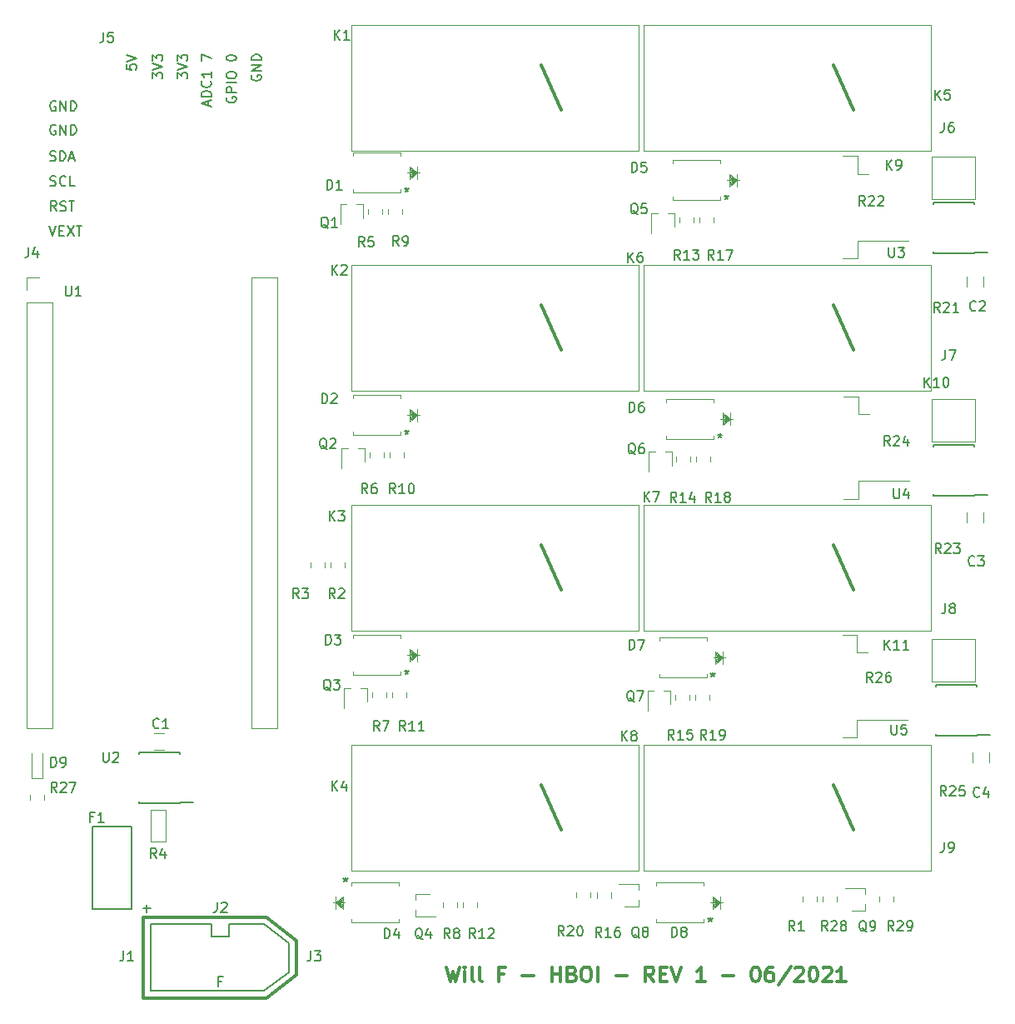
<source format=gbr>
%TF.GenerationSoftware,KiCad,Pcbnew,(5.1.9)-1*%
%TF.CreationDate,2021-06-30T11:05:27-04:00*%
%TF.ProjectId,charging_board_relay,63686172-6769-46e6-975f-626f6172645f,rev?*%
%TF.SameCoordinates,Original*%
%TF.FileFunction,Legend,Top*%
%TF.FilePolarity,Positive*%
%FSLAX46Y46*%
G04 Gerber Fmt 4.6, Leading zero omitted, Abs format (unit mm)*
G04 Created by KiCad (PCBNEW (5.1.9)-1) date 2021-06-30 11:05:27*
%MOMM*%
%LPD*%
G01*
G04 APERTURE LIST*
%ADD10C,0.150000*%
%ADD11C,0.300000*%
%ADD12C,0.120000*%
%ADD13C,0.127000*%
%ADD14C,0.200000*%
G04 APERTURE END LIST*
D10*
X88400000Y-56641904D02*
X88352380Y-56737142D01*
X88352380Y-56880000D01*
X88400000Y-57022857D01*
X88495238Y-57118095D01*
X88590476Y-57165714D01*
X88780952Y-57213333D01*
X88923809Y-57213333D01*
X89114285Y-57165714D01*
X89209523Y-57118095D01*
X89304761Y-57022857D01*
X89352380Y-56880000D01*
X89352380Y-56784761D01*
X89304761Y-56641904D01*
X89257142Y-56594285D01*
X88923809Y-56594285D01*
X88923809Y-56784761D01*
X89352380Y-56165714D02*
X88352380Y-56165714D01*
X89352380Y-55594285D01*
X88352380Y-55594285D01*
X89352380Y-55118095D02*
X88352380Y-55118095D01*
X88352380Y-54880000D01*
X88400000Y-54737142D01*
X88495238Y-54641904D01*
X88590476Y-54594285D01*
X88780952Y-54546666D01*
X88923809Y-54546666D01*
X89114285Y-54594285D01*
X89209523Y-54641904D01*
X89304761Y-54737142D01*
X89352380Y-54880000D01*
X89352380Y-55118095D01*
X85860000Y-58880142D02*
X85812380Y-58975380D01*
X85812380Y-59118238D01*
X85860000Y-59261095D01*
X85955238Y-59356333D01*
X86050476Y-59403952D01*
X86240952Y-59451571D01*
X86383809Y-59451571D01*
X86574285Y-59403952D01*
X86669523Y-59356333D01*
X86764761Y-59261095D01*
X86812380Y-59118238D01*
X86812380Y-59023000D01*
X86764761Y-58880142D01*
X86717142Y-58832523D01*
X86383809Y-58832523D01*
X86383809Y-59023000D01*
X86812380Y-58403952D02*
X85812380Y-58403952D01*
X85812380Y-58023000D01*
X85860000Y-57927761D01*
X85907619Y-57880142D01*
X86002857Y-57832523D01*
X86145714Y-57832523D01*
X86240952Y-57880142D01*
X86288571Y-57927761D01*
X86336190Y-58023000D01*
X86336190Y-58403952D01*
X86812380Y-57403952D02*
X85812380Y-57403952D01*
X85812380Y-56737285D02*
X85812380Y-56546809D01*
X85860000Y-56451571D01*
X85955238Y-56356333D01*
X86145714Y-56308714D01*
X86479047Y-56308714D01*
X86669523Y-56356333D01*
X86764761Y-56451571D01*
X86812380Y-56546809D01*
X86812380Y-56737285D01*
X86764761Y-56832523D01*
X86669523Y-56927761D01*
X86479047Y-56975380D01*
X86145714Y-56975380D01*
X85955238Y-56927761D01*
X85860000Y-56832523D01*
X85812380Y-56737285D01*
X85812380Y-54927761D02*
X85812380Y-54832523D01*
X85860000Y-54737285D01*
X85907619Y-54689666D01*
X86002857Y-54642047D01*
X86193333Y-54594428D01*
X86431428Y-54594428D01*
X86621904Y-54642047D01*
X86717142Y-54689666D01*
X86764761Y-54737285D01*
X86812380Y-54832523D01*
X86812380Y-54927761D01*
X86764761Y-55023000D01*
X86717142Y-55070619D01*
X86621904Y-55118238D01*
X86431428Y-55165857D01*
X86193333Y-55165857D01*
X86002857Y-55118238D01*
X85907619Y-55070619D01*
X85860000Y-55023000D01*
X85812380Y-54927761D01*
X83986666Y-59721428D02*
X83986666Y-59245238D01*
X84272380Y-59816666D02*
X83272380Y-59483333D01*
X84272380Y-59150000D01*
X84272380Y-58816666D02*
X83272380Y-58816666D01*
X83272380Y-58578571D01*
X83320000Y-58435714D01*
X83415238Y-58340476D01*
X83510476Y-58292857D01*
X83700952Y-58245238D01*
X83843809Y-58245238D01*
X84034285Y-58292857D01*
X84129523Y-58340476D01*
X84224761Y-58435714D01*
X84272380Y-58578571D01*
X84272380Y-58816666D01*
X84177142Y-57245238D02*
X84224761Y-57292857D01*
X84272380Y-57435714D01*
X84272380Y-57530952D01*
X84224761Y-57673809D01*
X84129523Y-57769047D01*
X84034285Y-57816666D01*
X83843809Y-57864285D01*
X83700952Y-57864285D01*
X83510476Y-57816666D01*
X83415238Y-57769047D01*
X83320000Y-57673809D01*
X83272380Y-57530952D01*
X83272380Y-57435714D01*
X83320000Y-57292857D01*
X83367619Y-57245238D01*
X84272380Y-56292857D02*
X84272380Y-56864285D01*
X84272380Y-56578571D02*
X83272380Y-56578571D01*
X83415238Y-56673809D01*
X83510476Y-56769047D01*
X83558095Y-56864285D01*
X83272380Y-55197619D02*
X83272380Y-54530952D01*
X84272380Y-54959523D01*
X80859380Y-56991095D02*
X80859380Y-56372047D01*
X81240333Y-56705380D01*
X81240333Y-56562523D01*
X81287952Y-56467285D01*
X81335571Y-56419666D01*
X81430809Y-56372047D01*
X81668904Y-56372047D01*
X81764142Y-56419666D01*
X81811761Y-56467285D01*
X81859380Y-56562523D01*
X81859380Y-56848238D01*
X81811761Y-56943476D01*
X81764142Y-56991095D01*
X80859380Y-56086333D02*
X81859380Y-55753000D01*
X80859380Y-55419666D01*
X80859380Y-55181571D02*
X80859380Y-54562523D01*
X81240333Y-54895857D01*
X81240333Y-54753000D01*
X81287952Y-54657761D01*
X81335571Y-54610142D01*
X81430809Y-54562523D01*
X81668904Y-54562523D01*
X81764142Y-54610142D01*
X81811761Y-54657761D01*
X81859380Y-54753000D01*
X81859380Y-55038714D01*
X81811761Y-55133952D01*
X81764142Y-55181571D01*
X78319380Y-56991095D02*
X78319380Y-56372047D01*
X78700333Y-56705380D01*
X78700333Y-56562523D01*
X78747952Y-56467285D01*
X78795571Y-56419666D01*
X78890809Y-56372047D01*
X79128904Y-56372047D01*
X79224142Y-56419666D01*
X79271761Y-56467285D01*
X79319380Y-56562523D01*
X79319380Y-56848238D01*
X79271761Y-56943476D01*
X79224142Y-56991095D01*
X78319380Y-56086333D02*
X79319380Y-55753000D01*
X78319380Y-55419666D01*
X78319380Y-55181571D02*
X78319380Y-54562523D01*
X78700333Y-54895857D01*
X78700333Y-54753000D01*
X78747952Y-54657761D01*
X78795571Y-54610142D01*
X78890809Y-54562523D01*
X79128904Y-54562523D01*
X79224142Y-54610142D01*
X79271761Y-54657761D01*
X79319380Y-54753000D01*
X79319380Y-55038714D01*
X79271761Y-55133952D01*
X79224142Y-55181571D01*
X75652380Y-55562476D02*
X75652380Y-56038666D01*
X76128571Y-56086285D01*
X76080952Y-56038666D01*
X76033333Y-55943428D01*
X76033333Y-55705333D01*
X76080952Y-55610095D01*
X76128571Y-55562476D01*
X76223809Y-55514857D01*
X76461904Y-55514857D01*
X76557142Y-55562476D01*
X76604761Y-55610095D01*
X76652380Y-55705333D01*
X76652380Y-55943428D01*
X76604761Y-56038666D01*
X76557142Y-56086285D01*
X75652380Y-55229142D02*
X76652380Y-54895809D01*
X75652380Y-54562476D01*
X67826142Y-71969380D02*
X68159476Y-72969380D01*
X68492809Y-71969380D01*
X68826142Y-72445571D02*
X69159476Y-72445571D01*
X69302333Y-72969380D02*
X68826142Y-72969380D01*
X68826142Y-71969380D01*
X69302333Y-71969380D01*
X69635666Y-71969380D02*
X70302333Y-72969380D01*
X70302333Y-71969380D02*
X69635666Y-72969380D01*
X70540428Y-71969380D02*
X71111857Y-71969380D01*
X70826142Y-72969380D02*
X70826142Y-71969380D01*
X68540380Y-70429380D02*
X68207047Y-69953190D01*
X67968952Y-70429380D02*
X67968952Y-69429380D01*
X68349904Y-69429380D01*
X68445142Y-69477000D01*
X68492761Y-69524619D01*
X68540380Y-69619857D01*
X68540380Y-69762714D01*
X68492761Y-69857952D01*
X68445142Y-69905571D01*
X68349904Y-69953190D01*
X67968952Y-69953190D01*
X68921333Y-70381761D02*
X69064190Y-70429380D01*
X69302285Y-70429380D01*
X69397523Y-70381761D01*
X69445142Y-70334142D01*
X69492761Y-70238904D01*
X69492761Y-70143666D01*
X69445142Y-70048428D01*
X69397523Y-70000809D01*
X69302285Y-69953190D01*
X69111809Y-69905571D01*
X69016571Y-69857952D01*
X68968952Y-69810333D01*
X68921333Y-69715095D01*
X68921333Y-69619857D01*
X68968952Y-69524619D01*
X69016571Y-69477000D01*
X69111809Y-69429380D01*
X69349904Y-69429380D01*
X69492761Y-69477000D01*
X69778476Y-69429380D02*
X70349904Y-69429380D01*
X70064190Y-70429380D02*
X70064190Y-69429380D01*
X67897523Y-67841761D02*
X68040380Y-67889380D01*
X68278476Y-67889380D01*
X68373714Y-67841761D01*
X68421333Y-67794142D01*
X68468952Y-67698904D01*
X68468952Y-67603666D01*
X68421333Y-67508428D01*
X68373714Y-67460809D01*
X68278476Y-67413190D01*
X68088000Y-67365571D01*
X67992761Y-67317952D01*
X67945142Y-67270333D01*
X67897523Y-67175095D01*
X67897523Y-67079857D01*
X67945142Y-66984619D01*
X67992761Y-66937000D01*
X68088000Y-66889380D01*
X68326095Y-66889380D01*
X68468952Y-66937000D01*
X69468952Y-67794142D02*
X69421333Y-67841761D01*
X69278476Y-67889380D01*
X69183238Y-67889380D01*
X69040380Y-67841761D01*
X68945142Y-67746523D01*
X68897523Y-67651285D01*
X68849904Y-67460809D01*
X68849904Y-67317952D01*
X68897523Y-67127476D01*
X68945142Y-67032238D01*
X69040380Y-66937000D01*
X69183238Y-66889380D01*
X69278476Y-66889380D01*
X69421333Y-66937000D01*
X69468952Y-66984619D01*
X70373714Y-67889380D02*
X69897523Y-67889380D01*
X69897523Y-66889380D01*
X67873714Y-65301761D02*
X68016571Y-65349380D01*
X68254666Y-65349380D01*
X68349904Y-65301761D01*
X68397523Y-65254142D01*
X68445142Y-65158904D01*
X68445142Y-65063666D01*
X68397523Y-64968428D01*
X68349904Y-64920809D01*
X68254666Y-64873190D01*
X68064190Y-64825571D01*
X67968952Y-64777952D01*
X67921333Y-64730333D01*
X67873714Y-64635095D01*
X67873714Y-64539857D01*
X67921333Y-64444619D01*
X67968952Y-64397000D01*
X68064190Y-64349380D01*
X68302285Y-64349380D01*
X68445142Y-64397000D01*
X68873714Y-65349380D02*
X68873714Y-64349380D01*
X69111809Y-64349380D01*
X69254666Y-64397000D01*
X69349904Y-64492238D01*
X69397523Y-64587476D01*
X69445142Y-64777952D01*
X69445142Y-64920809D01*
X69397523Y-65111285D01*
X69349904Y-65206523D01*
X69254666Y-65301761D01*
X69111809Y-65349380D01*
X68873714Y-65349380D01*
X69826095Y-65063666D02*
X70302285Y-65063666D01*
X69730857Y-65349380D02*
X70064190Y-64349380D01*
X70397523Y-65349380D01*
X68453095Y-61730000D02*
X68357857Y-61682380D01*
X68215000Y-61682380D01*
X68072142Y-61730000D01*
X67976904Y-61825238D01*
X67929285Y-61920476D01*
X67881666Y-62110952D01*
X67881666Y-62253809D01*
X67929285Y-62444285D01*
X67976904Y-62539523D01*
X68072142Y-62634761D01*
X68215000Y-62682380D01*
X68310238Y-62682380D01*
X68453095Y-62634761D01*
X68500714Y-62587142D01*
X68500714Y-62253809D01*
X68310238Y-62253809D01*
X68929285Y-62682380D02*
X68929285Y-61682380D01*
X69500714Y-62682380D01*
X69500714Y-61682380D01*
X69976904Y-62682380D02*
X69976904Y-61682380D01*
X70215000Y-61682380D01*
X70357857Y-61730000D01*
X70453095Y-61825238D01*
X70500714Y-61920476D01*
X70548333Y-62110952D01*
X70548333Y-62253809D01*
X70500714Y-62444285D01*
X70453095Y-62539523D01*
X70357857Y-62634761D01*
X70215000Y-62682380D01*
X69976904Y-62682380D01*
X68453095Y-59317000D02*
X68357857Y-59269380D01*
X68215000Y-59269380D01*
X68072142Y-59317000D01*
X67976904Y-59412238D01*
X67929285Y-59507476D01*
X67881666Y-59697952D01*
X67881666Y-59840809D01*
X67929285Y-60031285D01*
X67976904Y-60126523D01*
X68072142Y-60221761D01*
X68215000Y-60269380D01*
X68310238Y-60269380D01*
X68453095Y-60221761D01*
X68500714Y-60174142D01*
X68500714Y-59840809D01*
X68310238Y-59840809D01*
X68929285Y-60269380D02*
X68929285Y-59269380D01*
X69500714Y-60269380D01*
X69500714Y-59269380D01*
X69976904Y-60269380D02*
X69976904Y-59269380D01*
X70215000Y-59269380D01*
X70357857Y-59317000D01*
X70453095Y-59412238D01*
X70500714Y-59507476D01*
X70548333Y-59697952D01*
X70548333Y-59840809D01*
X70500714Y-60031285D01*
X70453095Y-60126523D01*
X70357857Y-60221761D01*
X70215000Y-60269380D01*
X69976904Y-60269380D01*
D11*
X108202571Y-147260571D02*
X108559714Y-148760571D01*
X108845428Y-147689142D01*
X109131142Y-148760571D01*
X109488285Y-147260571D01*
X110059714Y-148760571D02*
X110059714Y-147760571D01*
X110059714Y-147260571D02*
X109988285Y-147332000D01*
X110059714Y-147403428D01*
X110131142Y-147332000D01*
X110059714Y-147260571D01*
X110059714Y-147403428D01*
X110988285Y-148760571D02*
X110845428Y-148689142D01*
X110774000Y-148546285D01*
X110774000Y-147260571D01*
X111774000Y-148760571D02*
X111631142Y-148689142D01*
X111559714Y-148546285D01*
X111559714Y-147260571D01*
X113988285Y-147974857D02*
X113488285Y-147974857D01*
X113488285Y-148760571D02*
X113488285Y-147260571D01*
X114202571Y-147260571D01*
X115916857Y-148189142D02*
X117059714Y-148189142D01*
X118916857Y-148760571D02*
X118916857Y-147260571D01*
X118916857Y-147974857D02*
X119774000Y-147974857D01*
X119774000Y-148760571D02*
X119774000Y-147260571D01*
X120988285Y-147974857D02*
X121202571Y-148046285D01*
X121274000Y-148117714D01*
X121345428Y-148260571D01*
X121345428Y-148474857D01*
X121274000Y-148617714D01*
X121202571Y-148689142D01*
X121059714Y-148760571D01*
X120488285Y-148760571D01*
X120488285Y-147260571D01*
X120988285Y-147260571D01*
X121131142Y-147332000D01*
X121202571Y-147403428D01*
X121274000Y-147546285D01*
X121274000Y-147689142D01*
X121202571Y-147832000D01*
X121131142Y-147903428D01*
X120988285Y-147974857D01*
X120488285Y-147974857D01*
X122274000Y-147260571D02*
X122559714Y-147260571D01*
X122702571Y-147332000D01*
X122845428Y-147474857D01*
X122916857Y-147760571D01*
X122916857Y-148260571D01*
X122845428Y-148546285D01*
X122702571Y-148689142D01*
X122559714Y-148760571D01*
X122274000Y-148760571D01*
X122131142Y-148689142D01*
X121988285Y-148546285D01*
X121916857Y-148260571D01*
X121916857Y-147760571D01*
X121988285Y-147474857D01*
X122131142Y-147332000D01*
X122274000Y-147260571D01*
X123559714Y-148760571D02*
X123559714Y-147260571D01*
X125416857Y-148189142D02*
X126559714Y-148189142D01*
X129274000Y-148760571D02*
X128774000Y-148046285D01*
X128416857Y-148760571D02*
X128416857Y-147260571D01*
X128988285Y-147260571D01*
X129131142Y-147332000D01*
X129202571Y-147403428D01*
X129274000Y-147546285D01*
X129274000Y-147760571D01*
X129202571Y-147903428D01*
X129131142Y-147974857D01*
X128988285Y-148046285D01*
X128416857Y-148046285D01*
X129916857Y-147974857D02*
X130416857Y-147974857D01*
X130631142Y-148760571D02*
X129916857Y-148760571D01*
X129916857Y-147260571D01*
X130631142Y-147260571D01*
X131059714Y-147260571D02*
X131559714Y-148760571D01*
X132059714Y-147260571D01*
X134488285Y-148760571D02*
X133631142Y-148760571D01*
X134059714Y-148760571D02*
X134059714Y-147260571D01*
X133916857Y-147474857D01*
X133774000Y-147617714D01*
X133631142Y-147689142D01*
X136274000Y-148189142D02*
X137416857Y-148189142D01*
X139559714Y-147260571D02*
X139702571Y-147260571D01*
X139845428Y-147332000D01*
X139916857Y-147403428D01*
X139988285Y-147546285D01*
X140059714Y-147832000D01*
X140059714Y-148189142D01*
X139988285Y-148474857D01*
X139916857Y-148617714D01*
X139845428Y-148689142D01*
X139702571Y-148760571D01*
X139559714Y-148760571D01*
X139416857Y-148689142D01*
X139345428Y-148617714D01*
X139274000Y-148474857D01*
X139202571Y-148189142D01*
X139202571Y-147832000D01*
X139274000Y-147546285D01*
X139345428Y-147403428D01*
X139416857Y-147332000D01*
X139559714Y-147260571D01*
X141345428Y-147260571D02*
X141059714Y-147260571D01*
X140916857Y-147332000D01*
X140845428Y-147403428D01*
X140702571Y-147617714D01*
X140631142Y-147903428D01*
X140631142Y-148474857D01*
X140702571Y-148617714D01*
X140774000Y-148689142D01*
X140916857Y-148760571D01*
X141202571Y-148760571D01*
X141345428Y-148689142D01*
X141416857Y-148617714D01*
X141488285Y-148474857D01*
X141488285Y-148117714D01*
X141416857Y-147974857D01*
X141345428Y-147903428D01*
X141202571Y-147832000D01*
X140916857Y-147832000D01*
X140774000Y-147903428D01*
X140702571Y-147974857D01*
X140631142Y-148117714D01*
X143202571Y-147189142D02*
X141916857Y-149117714D01*
X143631142Y-147403428D02*
X143702571Y-147332000D01*
X143845428Y-147260571D01*
X144202571Y-147260571D01*
X144345428Y-147332000D01*
X144416857Y-147403428D01*
X144488285Y-147546285D01*
X144488285Y-147689142D01*
X144416857Y-147903428D01*
X143559714Y-148760571D01*
X144488285Y-148760571D01*
X145416857Y-147260571D02*
X145559714Y-147260571D01*
X145702571Y-147332000D01*
X145774000Y-147403428D01*
X145845428Y-147546285D01*
X145916857Y-147832000D01*
X145916857Y-148189142D01*
X145845428Y-148474857D01*
X145774000Y-148617714D01*
X145702571Y-148689142D01*
X145559714Y-148760571D01*
X145416857Y-148760571D01*
X145274000Y-148689142D01*
X145202571Y-148617714D01*
X145131142Y-148474857D01*
X145059714Y-148189142D01*
X145059714Y-147832000D01*
X145131142Y-147546285D01*
X145202571Y-147403428D01*
X145274000Y-147332000D01*
X145416857Y-147260571D01*
X146488285Y-147403428D02*
X146559714Y-147332000D01*
X146702571Y-147260571D01*
X147059714Y-147260571D01*
X147202571Y-147332000D01*
X147274000Y-147403428D01*
X147345428Y-147546285D01*
X147345428Y-147689142D01*
X147274000Y-147903428D01*
X146416857Y-148760571D01*
X147345428Y-148760571D01*
X148774000Y-148760571D02*
X147916857Y-148760571D01*
X148345428Y-148760571D02*
X148345428Y-147260571D01*
X148202571Y-147474857D01*
X148059714Y-147617714D01*
X147916857Y-147689142D01*
D12*
%TO.C,K9*%
X157530800Y-64940400D02*
X161930800Y-64940400D01*
X161930800Y-69240400D02*
X161930800Y-64940400D01*
X157530800Y-69240400D02*
X157530800Y-64940400D01*
X157530800Y-69240400D02*
X161930800Y-69240400D01*
%TO.C,K10*%
X157530800Y-89578400D02*
X161930800Y-89578400D01*
X161930800Y-93878400D02*
X161930800Y-89578400D01*
X157530800Y-93878400D02*
X157530800Y-89578400D01*
X157530800Y-93878400D02*
X161930800Y-93878400D01*
%TO.C,K11*%
X157530800Y-113962400D02*
X161930800Y-113962400D01*
X161930800Y-118262400D02*
X161930800Y-113962400D01*
X157530800Y-118262400D02*
X157530800Y-113962400D01*
X157530800Y-118262400D02*
X161930800Y-118262400D01*
%TO.C,D7*%
X129819400Y-117528340D02*
X129819400Y-117856000D01*
X134645400Y-114119660D02*
X134645400Y-113792000D01*
X134645400Y-117856000D02*
X134645400Y-117528340D01*
X129819400Y-117856000D02*
X134645400Y-117856000D01*
X129819400Y-113792000D02*
X129819400Y-114119660D01*
X134645400Y-113792000D02*
X129819400Y-113792000D01*
X135547100Y-116459000D02*
X135547100Y-115189000D01*
X136309100Y-115824000D02*
X135547100Y-115697000D01*
X136309100Y-115824000D02*
X135547100Y-115570000D01*
X136309100Y-115824000D02*
X135547100Y-115443000D01*
X136309100Y-115824000D02*
X135547100Y-115316000D01*
X136309100Y-115824000D02*
X135547100Y-115189000D01*
X136309100Y-115824000D02*
X135547100Y-115951000D01*
X136309100Y-115824000D02*
X135547100Y-116078000D01*
X136309100Y-115824000D02*
X135547100Y-116205000D01*
X136309100Y-115824000D02*
X135547100Y-116332000D01*
X136309100Y-115824000D02*
X135547100Y-116459000D01*
X136309100Y-116459000D02*
X136309100Y-115189000D01*
X135321040Y-115824000D02*
X136563100Y-115824000D01*
%TO.C,D3*%
X104180640Y-115570000D02*
X105422700Y-115570000D01*
X105168700Y-116205000D02*
X105168700Y-114935000D01*
X105168700Y-115570000D02*
X104406700Y-116205000D01*
X105168700Y-115570000D02*
X104406700Y-116078000D01*
X105168700Y-115570000D02*
X104406700Y-115951000D01*
X105168700Y-115570000D02*
X104406700Y-115824000D01*
X105168700Y-115570000D02*
X104406700Y-115697000D01*
X105168700Y-115570000D02*
X104406700Y-114935000D01*
X105168700Y-115570000D02*
X104406700Y-115062000D01*
X105168700Y-115570000D02*
X104406700Y-115189000D01*
X105168700Y-115570000D02*
X104406700Y-115316000D01*
X105168700Y-115570000D02*
X104406700Y-115443000D01*
X104406700Y-116205000D02*
X104406700Y-114935000D01*
X103505000Y-113538000D02*
X98679000Y-113538000D01*
X98679000Y-113538000D02*
X98679000Y-113865660D01*
X98679000Y-117602000D02*
X103505000Y-117602000D01*
X103505000Y-117602000D02*
X103505000Y-117274340D01*
X103505000Y-113865660D02*
X103505000Y-113538000D01*
X98679000Y-117274340D02*
X98679000Y-117602000D01*
%TO.C,R17*%
X133910000Y-71115422D02*
X133910000Y-71632578D01*
X135330000Y-71115422D02*
X135330000Y-71632578D01*
D11*
%TO.C,K3*%
X119888000Y-108966000D02*
X117792500Y-104394000D01*
D12*
X127734000Y-113090000D02*
X127734000Y-100290000D01*
X98534000Y-113090000D02*
X127734000Y-113090000D01*
X98534000Y-100290000D02*
X127734000Y-100290000D01*
X98534000Y-113090000D02*
X98534000Y-100290000D01*
%TO.C,C1*%
X78494000Y-125183000D02*
X79494000Y-125183000D01*
X79494000Y-123483000D02*
X78494000Y-123483000D01*
%TO.C,C2*%
X162775000Y-78097000D02*
X162775000Y-77097000D01*
X161075000Y-77097000D02*
X161075000Y-78097000D01*
%TO.C,C3*%
X162775000Y-102100000D02*
X162775000Y-101100000D01*
X161075000Y-101100000D02*
X161075000Y-102100000D01*
%TO.C,C4*%
X161710000Y-125484000D02*
X161710000Y-126484000D01*
X163410000Y-126484000D02*
X163410000Y-125484000D01*
%TO.C,D1*%
X104180640Y-66548000D02*
X105422700Y-66548000D01*
X105168700Y-67183000D02*
X105168700Y-65913000D01*
X105168700Y-66548000D02*
X104406700Y-67183000D01*
X105168700Y-66548000D02*
X104406700Y-67056000D01*
X105168700Y-66548000D02*
X104406700Y-66929000D01*
X105168700Y-66548000D02*
X104406700Y-66802000D01*
X105168700Y-66548000D02*
X104406700Y-66675000D01*
X105168700Y-66548000D02*
X104406700Y-65913000D01*
X105168700Y-66548000D02*
X104406700Y-66040000D01*
X105168700Y-66548000D02*
X104406700Y-66167000D01*
X105168700Y-66548000D02*
X104406700Y-66294000D01*
X105168700Y-66548000D02*
X104406700Y-66421000D01*
X104406700Y-67183000D02*
X104406700Y-65913000D01*
X103505000Y-64516000D02*
X98679000Y-64516000D01*
X98679000Y-64516000D02*
X98679000Y-64843660D01*
X98679000Y-68580000D02*
X103505000Y-68580000D01*
X103505000Y-68580000D02*
X103505000Y-68252340D01*
X103505000Y-64843660D02*
X103505000Y-64516000D01*
X98679000Y-68252340D02*
X98679000Y-68580000D01*
%TO.C,D2*%
X104180640Y-91186000D02*
X105422700Y-91186000D01*
X105168700Y-91821000D02*
X105168700Y-90551000D01*
X105168700Y-91186000D02*
X104406700Y-91821000D01*
X105168700Y-91186000D02*
X104406700Y-91694000D01*
X105168700Y-91186000D02*
X104406700Y-91567000D01*
X105168700Y-91186000D02*
X104406700Y-91440000D01*
X105168700Y-91186000D02*
X104406700Y-91313000D01*
X105168700Y-91186000D02*
X104406700Y-90551000D01*
X105168700Y-91186000D02*
X104406700Y-90678000D01*
X105168700Y-91186000D02*
X104406700Y-90805000D01*
X105168700Y-91186000D02*
X104406700Y-90932000D01*
X105168700Y-91186000D02*
X104406700Y-91059000D01*
X104406700Y-91821000D02*
X104406700Y-90551000D01*
X103505000Y-89154000D02*
X98679000Y-89154000D01*
X98679000Y-89154000D02*
X98679000Y-89481660D01*
X98679000Y-93218000D02*
X103505000Y-93218000D01*
X103505000Y-93218000D02*
X103505000Y-92890340D01*
X103505000Y-89481660D02*
X103505000Y-89154000D01*
X98679000Y-92890340D02*
X98679000Y-93218000D01*
%TO.C,D4*%
X97876360Y-140716000D02*
X96634300Y-140716000D01*
X96888300Y-140081000D02*
X96888300Y-141351000D01*
X96888300Y-140716000D02*
X97650300Y-140081000D01*
X96888300Y-140716000D02*
X97650300Y-140208000D01*
X96888300Y-140716000D02*
X97650300Y-140335000D01*
X96888300Y-140716000D02*
X97650300Y-140462000D01*
X96888300Y-140716000D02*
X97650300Y-140589000D01*
X96888300Y-140716000D02*
X97650300Y-141351000D01*
X96888300Y-140716000D02*
X97650300Y-141224000D01*
X96888300Y-140716000D02*
X97650300Y-141097000D01*
X96888300Y-140716000D02*
X97650300Y-140970000D01*
X96888300Y-140716000D02*
X97650300Y-140843000D01*
X97650300Y-140081000D02*
X97650300Y-141351000D01*
X98552000Y-142748000D02*
X103378000Y-142748000D01*
X103378000Y-142748000D02*
X103378000Y-142420340D01*
X103378000Y-138684000D02*
X98552000Y-138684000D01*
X98552000Y-138684000D02*
X98552000Y-139011660D01*
X98552000Y-142420340D02*
X98552000Y-142748000D01*
X103378000Y-139011660D02*
X103378000Y-138684000D01*
%TO.C,D5*%
X131191000Y-69014340D02*
X131191000Y-69342000D01*
X136017000Y-65605660D02*
X136017000Y-65278000D01*
X136017000Y-69342000D02*
X136017000Y-69014340D01*
X131191000Y-69342000D02*
X136017000Y-69342000D01*
X131191000Y-65278000D02*
X131191000Y-65605660D01*
X136017000Y-65278000D02*
X131191000Y-65278000D01*
X136918700Y-67945000D02*
X136918700Y-66675000D01*
X137680700Y-67310000D02*
X136918700Y-67183000D01*
X137680700Y-67310000D02*
X136918700Y-67056000D01*
X137680700Y-67310000D02*
X136918700Y-66929000D01*
X137680700Y-67310000D02*
X136918700Y-66802000D01*
X137680700Y-67310000D02*
X136918700Y-66675000D01*
X137680700Y-67310000D02*
X136918700Y-67437000D01*
X137680700Y-67310000D02*
X136918700Y-67564000D01*
X137680700Y-67310000D02*
X136918700Y-67691000D01*
X137680700Y-67310000D02*
X136918700Y-67818000D01*
X137680700Y-67310000D02*
X136918700Y-67945000D01*
X137680700Y-67945000D02*
X137680700Y-66675000D01*
X136692640Y-67310000D02*
X137934700Y-67310000D01*
%TO.C,D6*%
X130530600Y-93271340D02*
X130530600Y-93599000D01*
X135356600Y-89862660D02*
X135356600Y-89535000D01*
X135356600Y-93599000D02*
X135356600Y-93271340D01*
X130530600Y-93599000D02*
X135356600Y-93599000D01*
X130530600Y-89535000D02*
X130530600Y-89862660D01*
X135356600Y-89535000D02*
X130530600Y-89535000D01*
X136258300Y-92202000D02*
X136258300Y-90932000D01*
X137020300Y-91567000D02*
X136258300Y-91440000D01*
X137020300Y-91567000D02*
X136258300Y-91313000D01*
X137020300Y-91567000D02*
X136258300Y-91186000D01*
X137020300Y-91567000D02*
X136258300Y-91059000D01*
X137020300Y-91567000D02*
X136258300Y-90932000D01*
X137020300Y-91567000D02*
X136258300Y-91694000D01*
X137020300Y-91567000D02*
X136258300Y-91821000D01*
X137020300Y-91567000D02*
X136258300Y-91948000D01*
X137020300Y-91567000D02*
X136258300Y-92075000D01*
X137020300Y-91567000D02*
X136258300Y-92202000D01*
X137020300Y-92202000D02*
X137020300Y-90932000D01*
X136032240Y-91567000D02*
X137274300Y-91567000D01*
%TO.C,D8*%
X129540000Y-142420340D02*
X129540000Y-142748000D01*
X134366000Y-139011660D02*
X134366000Y-138684000D01*
X134366000Y-142748000D02*
X134366000Y-142420340D01*
X129540000Y-142748000D02*
X134366000Y-142748000D01*
X129540000Y-138684000D02*
X129540000Y-139011660D01*
X134366000Y-138684000D02*
X129540000Y-138684000D01*
X135267700Y-141351000D02*
X135267700Y-140081000D01*
X136029700Y-140716000D02*
X135267700Y-140589000D01*
X136029700Y-140716000D02*
X135267700Y-140462000D01*
X136029700Y-140716000D02*
X135267700Y-140335000D01*
X136029700Y-140716000D02*
X135267700Y-140208000D01*
X136029700Y-140716000D02*
X135267700Y-140081000D01*
X136029700Y-140716000D02*
X135267700Y-140843000D01*
X136029700Y-140716000D02*
X135267700Y-140970000D01*
X136029700Y-140716000D02*
X135267700Y-141097000D01*
X136029700Y-140716000D02*
X135267700Y-141224000D01*
X136029700Y-140716000D02*
X135267700Y-141351000D01*
X136029700Y-141351000D02*
X136029700Y-140081000D01*
X135041640Y-140716000D02*
X136283700Y-140716000D01*
%TO.C,D9*%
X65998000Y-128122000D02*
X67098000Y-128122000D01*
X67098000Y-128122000D02*
X67098000Y-125522000D01*
X65998000Y-128122000D02*
X65998000Y-125522000D01*
D13*
%TO.C,F1*%
X72168000Y-141335000D02*
X76168000Y-141335000D01*
X76168000Y-132985000D02*
X72168000Y-132985000D01*
X72168000Y-132985000D02*
X72168000Y-141335000D01*
X76168000Y-141335000D02*
X76168000Y-132985000D01*
D11*
%TO.C,J2*%
X77359000Y-142179000D02*
X89859000Y-142179000D01*
X77359000Y-150429000D02*
X89859000Y-150429000D01*
X77359000Y-142179000D02*
X77359000Y-150429000D01*
X89859000Y-142179000D02*
X92959000Y-144554000D01*
X92959000Y-144554000D02*
X92959000Y-148054000D01*
X89859000Y-150429000D02*
X92959000Y-148054000D01*
D14*
X78159000Y-142904000D02*
X78159000Y-149704000D01*
X78159000Y-149704000D02*
X89659000Y-149704000D01*
X89659000Y-149704000D02*
X92159000Y-147804000D01*
X89659000Y-142904000D02*
X92159000Y-144804000D01*
X92159000Y-144804000D02*
X92159000Y-147804000D01*
X84259000Y-142904000D02*
X84259000Y-144154000D01*
X84259000Y-144154000D02*
X86059000Y-144154000D01*
X86059000Y-144154000D02*
X86059000Y-142904000D01*
X86059000Y-142904000D02*
X89659000Y-142904000D01*
X78159000Y-142904000D02*
X84259000Y-142904000D01*
D12*
%TO.C,K1*%
X98534000Y-64322000D02*
X98534000Y-51522000D01*
X98534000Y-51522000D02*
X127734000Y-51522000D01*
X98534000Y-64322000D02*
X127734000Y-64322000D01*
X127734000Y-64322000D02*
X127734000Y-51522000D01*
D11*
X119888000Y-60198000D02*
X117792500Y-55626000D01*
D12*
%TO.C,K2*%
X98534000Y-88706000D02*
X98534000Y-75906000D01*
X98534000Y-75906000D02*
X127734000Y-75906000D01*
X98534000Y-88706000D02*
X127734000Y-88706000D01*
X127734000Y-88706000D02*
X127734000Y-75906000D01*
D11*
X119888000Y-84582000D02*
X117792500Y-80010000D01*
%TO.C,K4*%
X119888000Y-133350000D02*
X117792500Y-128778000D01*
D12*
X127734000Y-137474000D02*
X127734000Y-124674000D01*
X98534000Y-137474000D02*
X127734000Y-137474000D01*
X98534000Y-124674000D02*
X127734000Y-124674000D01*
X98534000Y-137474000D02*
X98534000Y-124674000D01*
%TO.C,K5*%
X128252000Y-64322000D02*
X128252000Y-51522000D01*
X128252000Y-51522000D02*
X157452000Y-51522000D01*
X128252000Y-64322000D02*
X157452000Y-64322000D01*
X157452000Y-64322000D02*
X157452000Y-51522000D01*
D11*
X149606000Y-60198000D02*
X147510500Y-55626000D01*
%TO.C,K7*%
X149606000Y-108966000D02*
X147510500Y-104394000D01*
D12*
X157452000Y-113090000D02*
X157452000Y-100290000D01*
X128252000Y-113090000D02*
X157452000Y-113090000D01*
X128252000Y-100290000D02*
X157452000Y-100290000D01*
X128252000Y-113090000D02*
X128252000Y-100290000D01*
D11*
%TO.C,K8*%
X149606000Y-133350000D02*
X147510500Y-128778000D01*
D12*
X157452000Y-137474000D02*
X157452000Y-124674000D01*
X128252000Y-137474000D02*
X157452000Y-137474000D01*
X128252000Y-124674000D02*
X157452000Y-124674000D01*
X128252000Y-137474000D02*
X128252000Y-124674000D01*
%TO.C,R2*%
X96445000Y-106684578D02*
X96445000Y-106167422D01*
X97865000Y-106684578D02*
X97865000Y-106167422D01*
%TO.C,R3*%
X95833000Y-106684578D02*
X95833000Y-106167422D01*
X94413000Y-106684578D02*
X94413000Y-106167422D01*
%TO.C,R4*%
X78082400Y-134502200D02*
X79682400Y-134502200D01*
X78082400Y-134502200D02*
X78082400Y-131302200D01*
X78082400Y-131302200D02*
X79682400Y-131302200D01*
X79682400Y-134502200D02*
X79682400Y-131302200D01*
%TO.C,R9*%
X102287000Y-70226422D02*
X102287000Y-70743578D01*
X103707000Y-70226422D02*
X103707000Y-70743578D01*
%TO.C,R10*%
X102414000Y-95004122D02*
X102414000Y-95521278D01*
X103834000Y-95004122D02*
X103834000Y-95521278D01*
%TO.C,R11*%
X102693400Y-119377722D02*
X102693400Y-119894878D01*
X104113400Y-119377722D02*
X104113400Y-119894878D01*
%TO.C,R12*%
X109907000Y-140711422D02*
X109907000Y-141228578D01*
X111327000Y-140711422D02*
X111327000Y-141228578D01*
%TO.C,R18*%
X133605200Y-95395522D02*
X133605200Y-95912678D01*
X135025200Y-95395522D02*
X135025200Y-95912678D01*
%TO.C,R19*%
X134949000Y-119629422D02*
X134949000Y-120146578D01*
X133529000Y-119629422D02*
X133529000Y-120146578D01*
%TO.C,R20*%
X121400500Y-139710422D02*
X121400500Y-140227578D01*
X122820500Y-139710422D02*
X122820500Y-140227578D01*
%TO.C,R22*%
X148512800Y-75253200D02*
X150012800Y-75253200D01*
X150012800Y-75253200D02*
X150012800Y-73443200D01*
X150012800Y-73443200D02*
X155137800Y-73443200D01*
X148512800Y-64853200D02*
X150012800Y-64853200D01*
X150012800Y-64853200D02*
X150012800Y-66663200D01*
X150012800Y-66663200D02*
X151112800Y-66663200D01*
%TO.C,R24*%
X150089000Y-91098000D02*
X151189000Y-91098000D01*
X150089000Y-89288000D02*
X150089000Y-91098000D01*
X148589000Y-89288000D02*
X150089000Y-89288000D01*
X150089000Y-97878000D02*
X155214000Y-97878000D01*
X150089000Y-99688000D02*
X150089000Y-97878000D01*
X148589000Y-99688000D02*
X150089000Y-99688000D01*
%TO.C,R26*%
X148450000Y-123926000D02*
X149950000Y-123926000D01*
X149950000Y-123926000D02*
X149950000Y-122116000D01*
X149950000Y-122116000D02*
X155075000Y-122116000D01*
X148450000Y-113526000D02*
X149950000Y-113526000D01*
X149950000Y-113526000D02*
X149950000Y-115336000D01*
X149950000Y-115336000D02*
X151050000Y-115336000D01*
%TO.C,R27*%
X65838000Y-129789422D02*
X65838000Y-130306578D01*
X67258000Y-129789422D02*
X67258000Y-130306578D01*
%TO.C,U1*%
X90992000Y-77216000D02*
X90992000Y-122996000D01*
X88332000Y-122996000D02*
X90992000Y-122996000D01*
X88332000Y-77216000D02*
X90992000Y-77216000D01*
X88332000Y-77216000D02*
X88332000Y-122996000D01*
X65472000Y-77156000D02*
X66802000Y-77156000D01*
X65472000Y-78486000D02*
X65472000Y-77156000D01*
X65472000Y-79756000D02*
X68132000Y-79756000D01*
X68132000Y-79756000D02*
X68132000Y-122996000D01*
X65472000Y-79756000D02*
X65472000Y-122996000D01*
X65472000Y-122996000D02*
X68132000Y-122996000D01*
D10*
%TO.C,U2*%
X81069000Y-130591000D02*
X81069000Y-130541000D01*
X76919000Y-130591000D02*
X76919000Y-130446000D01*
X76919000Y-125441000D02*
X76919000Y-125586000D01*
X81069000Y-125441000D02*
X81069000Y-125586000D01*
X81069000Y-130591000D02*
X76919000Y-130591000D01*
X81069000Y-125441000D02*
X76919000Y-125441000D01*
X81069000Y-130541000D02*
X82469000Y-130541000D01*
%TO.C,U3*%
X161841000Y-74661000D02*
X163241000Y-74661000D01*
X161841000Y-69561000D02*
X157691000Y-69561000D01*
X161841000Y-74711000D02*
X157691000Y-74711000D01*
X161841000Y-69561000D02*
X161841000Y-69706000D01*
X157691000Y-69561000D02*
X157691000Y-69706000D01*
X157691000Y-74711000D02*
X157691000Y-74566000D01*
X161841000Y-74711000D02*
X161841000Y-74661000D01*
%TO.C,U4*%
X161841000Y-99349000D02*
X161841000Y-99299000D01*
X157691000Y-99349000D02*
X157691000Y-99204000D01*
X157691000Y-94199000D02*
X157691000Y-94344000D01*
X161841000Y-94199000D02*
X161841000Y-94344000D01*
X161841000Y-99349000D02*
X157691000Y-99349000D01*
X161841000Y-94199000D02*
X157691000Y-94199000D01*
X161841000Y-99299000D02*
X163241000Y-99299000D01*
%TO.C,U5*%
X162095000Y-123683000D02*
X163495000Y-123683000D01*
X162095000Y-118583000D02*
X157945000Y-118583000D01*
X162095000Y-123733000D02*
X157945000Y-123733000D01*
X162095000Y-118583000D02*
X162095000Y-118728000D01*
X157945000Y-118583000D02*
X157945000Y-118728000D01*
X157945000Y-123733000D02*
X157945000Y-123588000D01*
X162095000Y-123733000D02*
X162095000Y-123683000D01*
D11*
%TO.C,K6*%
X149606000Y-84582000D02*
X147510500Y-80010000D01*
D12*
X157452000Y-88706000D02*
X157452000Y-75906000D01*
X128252000Y-88706000D02*
X157452000Y-88706000D01*
X128252000Y-75906000D02*
X157452000Y-75906000D01*
X128252000Y-88706000D02*
X128252000Y-75906000D01*
%TO.C,Q1*%
X99712000Y-71165000D02*
X99712000Y-69755000D01*
X97392000Y-69755000D02*
X97392000Y-71785000D01*
X97392000Y-69755000D02*
X98052000Y-69755000D01*
X99052000Y-69755000D02*
X99712000Y-69755000D01*
%TO.C,Q2*%
X99179000Y-94520000D02*
X99839000Y-94520000D01*
X97519000Y-94520000D02*
X98179000Y-94520000D01*
X97519000Y-94520000D02*
X97519000Y-96550000D01*
X99839000Y-95930000D02*
X99839000Y-94520000D01*
%TO.C,Q3*%
X100093000Y-120314000D02*
X100093000Y-118904000D01*
X97773000Y-118904000D02*
X97773000Y-120934000D01*
X97773000Y-118904000D02*
X98433000Y-118904000D01*
X99433000Y-118904000D02*
X100093000Y-118904000D01*
%TO.C,Q4*%
X105077000Y-140467500D02*
X105077000Y-139807500D01*
X105077000Y-142127500D02*
X105077000Y-141467500D01*
X105077000Y-142127500D02*
X107107000Y-142127500D01*
X106487000Y-139807500D02*
X105077000Y-139807500D01*
%TO.C,Q5*%
X131335000Y-72054000D02*
X131335000Y-70644000D01*
X129015000Y-70644000D02*
X129015000Y-72674000D01*
X129015000Y-70644000D02*
X129675000Y-70644000D01*
X130675000Y-70644000D02*
X131335000Y-70644000D01*
%TO.C,Q6*%
X130421000Y-94926400D02*
X131081000Y-94926400D01*
X128761000Y-94926400D02*
X129421000Y-94926400D01*
X128761000Y-94926400D02*
X128761000Y-96956400D01*
X131081000Y-96336400D02*
X131081000Y-94926400D01*
%TO.C,Q7*%
X130294000Y-119158000D02*
X130954000Y-119158000D01*
X128634000Y-119158000D02*
X129294000Y-119158000D01*
X128634000Y-119158000D02*
X128634000Y-121188000D01*
X130954000Y-120568000D02*
X130954000Y-119158000D01*
%TO.C,Q8*%
X126320000Y-141114000D02*
X127730000Y-141114000D01*
X127730000Y-138794000D02*
X125700000Y-138794000D01*
X127730000Y-138794000D02*
X127730000Y-139454000D01*
X127730000Y-140454000D02*
X127730000Y-141114000D01*
%TO.C,Q9*%
X150791001Y-140890001D02*
X150791001Y-141550001D01*
X150791001Y-139230001D02*
X150791001Y-139890001D01*
X150791001Y-139230001D02*
X148761001Y-139230001D01*
X149381001Y-141550001D02*
X150791001Y-141550001D01*
%TO.C,R1*%
X145871000Y-140076422D02*
X145871000Y-140593578D01*
X144451000Y-140076422D02*
X144451000Y-140593578D01*
%TO.C,R5*%
X101675000Y-70211422D02*
X101675000Y-70728578D01*
X100255000Y-70211422D02*
X100255000Y-70728578D01*
%TO.C,R6*%
X101802000Y-94991422D02*
X101802000Y-95508578D01*
X100382000Y-94991422D02*
X100382000Y-95508578D01*
%TO.C,R7*%
X102056000Y-119375422D02*
X102056000Y-119892578D01*
X100636000Y-119375422D02*
X100636000Y-119892578D01*
%TO.C,R8*%
X109295000Y-141228578D02*
X109295000Y-140711422D01*
X107875000Y-141228578D02*
X107875000Y-140711422D01*
%TO.C,R13*%
X131878000Y-71115422D02*
X131878000Y-71632578D01*
X133298000Y-71115422D02*
X133298000Y-71632578D01*
%TO.C,R14*%
X131573200Y-95397822D02*
X131573200Y-95914978D01*
X132993200Y-95397822D02*
X132993200Y-95914978D01*
%TO.C,R15*%
X131497000Y-119614422D02*
X131497000Y-120131578D01*
X132917000Y-119614422D02*
X132917000Y-120131578D01*
%TO.C,R16*%
X124916000Y-139718522D02*
X124916000Y-140235678D01*
X123496000Y-139718522D02*
X123496000Y-140235678D01*
%TO.C,R28*%
X146483000Y-140593578D02*
X146483000Y-140076422D01*
X147903000Y-140593578D02*
X147903000Y-140076422D01*
%TO.C,R29*%
X152198000Y-140076422D02*
X152198000Y-140593578D01*
X153618000Y-140076422D02*
X153618000Y-140593578D01*
%TO.C,K9*%
D10*
X152931904Y-66238380D02*
X152931904Y-65238380D01*
X153503333Y-66238380D02*
X153074761Y-65666952D01*
X153503333Y-65238380D02*
X152931904Y-65809809D01*
X153979523Y-66238380D02*
X154170000Y-66238380D01*
X154265238Y-66190761D01*
X154312857Y-66143142D01*
X154408095Y-66000285D01*
X154455714Y-65809809D01*
X154455714Y-65428857D01*
X154408095Y-65333619D01*
X154360476Y-65286000D01*
X154265238Y-65238380D01*
X154074761Y-65238380D01*
X153979523Y-65286000D01*
X153931904Y-65333619D01*
X153884285Y-65428857D01*
X153884285Y-65666952D01*
X153931904Y-65762190D01*
X153979523Y-65809809D01*
X154074761Y-65857428D01*
X154265238Y-65857428D01*
X154360476Y-65809809D01*
X154408095Y-65762190D01*
X154455714Y-65666952D01*
%TO.C,K10*%
X156773714Y-88336380D02*
X156773714Y-87336380D01*
X157345142Y-88336380D02*
X156916571Y-87764952D01*
X157345142Y-87336380D02*
X156773714Y-87907809D01*
X158297523Y-88336380D02*
X157726095Y-88336380D01*
X158011809Y-88336380D02*
X158011809Y-87336380D01*
X157916571Y-87479238D01*
X157821333Y-87574476D01*
X157726095Y-87622095D01*
X158916571Y-87336380D02*
X159011809Y-87336380D01*
X159107047Y-87384000D01*
X159154666Y-87431619D01*
X159202285Y-87526857D01*
X159249904Y-87717333D01*
X159249904Y-87955428D01*
X159202285Y-88145904D01*
X159154666Y-88241142D01*
X159107047Y-88288761D01*
X159011809Y-88336380D01*
X158916571Y-88336380D01*
X158821333Y-88288761D01*
X158773714Y-88241142D01*
X158726095Y-88145904D01*
X158678476Y-87955428D01*
X158678476Y-87717333D01*
X158726095Y-87526857D01*
X158773714Y-87431619D01*
X158821333Y-87384000D01*
X158916571Y-87336380D01*
%TO.C,K11*%
X152709714Y-115006380D02*
X152709714Y-114006380D01*
X153281142Y-115006380D02*
X152852571Y-114434952D01*
X153281142Y-114006380D02*
X152709714Y-114577809D01*
X154233523Y-115006380D02*
X153662095Y-115006380D01*
X153947809Y-115006380D02*
X153947809Y-114006380D01*
X153852571Y-114149238D01*
X153757333Y-114244476D01*
X153662095Y-114292095D01*
X155185904Y-115006380D02*
X154614476Y-115006380D01*
X154900190Y-115006380D02*
X154900190Y-114006380D01*
X154804952Y-114149238D01*
X154709714Y-114244476D01*
X154614476Y-114292095D01*
%TO.C,D7*%
X126769904Y-115006380D02*
X126769904Y-114006380D01*
X127008000Y-114006380D01*
X127150857Y-114054000D01*
X127246095Y-114149238D01*
X127293714Y-114244476D01*
X127341333Y-114434952D01*
X127341333Y-114577809D01*
X127293714Y-114768285D01*
X127246095Y-114863523D01*
X127150857Y-114958761D01*
X127008000Y-115006380D01*
X126769904Y-115006380D01*
X127674666Y-114006380D02*
X128341333Y-114006380D01*
X127912761Y-115006380D01*
X135280400Y-117308380D02*
X135280400Y-117546476D01*
X135042304Y-117451238D02*
X135280400Y-117546476D01*
X135518495Y-117451238D01*
X135137542Y-117736952D02*
X135280400Y-117546476D01*
X135423257Y-117736952D01*
%TO.C,D3*%
X95908904Y-114498380D02*
X95908904Y-113498380D01*
X96147000Y-113498380D01*
X96289857Y-113546000D01*
X96385095Y-113641238D01*
X96432714Y-113736476D01*
X96480333Y-113926952D01*
X96480333Y-114069809D01*
X96432714Y-114260285D01*
X96385095Y-114355523D01*
X96289857Y-114450761D01*
X96147000Y-114498380D01*
X95908904Y-114498380D01*
X96813666Y-113498380D02*
X97432714Y-113498380D01*
X97099380Y-113879333D01*
X97242238Y-113879333D01*
X97337476Y-113926952D01*
X97385095Y-113974571D01*
X97432714Y-114069809D01*
X97432714Y-114307904D01*
X97385095Y-114403142D01*
X97337476Y-114450761D01*
X97242238Y-114498380D01*
X96956523Y-114498380D01*
X96861285Y-114450761D01*
X96813666Y-114403142D01*
X104140000Y-117054380D02*
X104140000Y-117292476D01*
X103901904Y-117197238D02*
X104140000Y-117292476D01*
X104378095Y-117197238D01*
X103997142Y-117482952D02*
X104140000Y-117292476D01*
X104282857Y-117482952D01*
%TO.C,R17*%
X135374142Y-75382380D02*
X135040809Y-74906190D01*
X134802714Y-75382380D02*
X134802714Y-74382380D01*
X135183666Y-74382380D01*
X135278904Y-74430000D01*
X135326523Y-74477619D01*
X135374142Y-74572857D01*
X135374142Y-74715714D01*
X135326523Y-74810952D01*
X135278904Y-74858571D01*
X135183666Y-74906190D01*
X134802714Y-74906190D01*
X136326523Y-75382380D02*
X135755095Y-75382380D01*
X136040809Y-75382380D02*
X136040809Y-74382380D01*
X135945571Y-74525238D01*
X135850333Y-74620476D01*
X135755095Y-74668095D01*
X136659857Y-74382380D02*
X137326523Y-74382380D01*
X136897952Y-75382380D01*
%TO.C,K3*%
X96289904Y-101925380D02*
X96289904Y-100925380D01*
X96861333Y-101925380D02*
X96432761Y-101353952D01*
X96861333Y-100925380D02*
X96289904Y-101496809D01*
X97194666Y-100925380D02*
X97813714Y-100925380D01*
X97480380Y-101306333D01*
X97623238Y-101306333D01*
X97718476Y-101353952D01*
X97766095Y-101401571D01*
X97813714Y-101496809D01*
X97813714Y-101734904D01*
X97766095Y-101830142D01*
X97718476Y-101877761D01*
X97623238Y-101925380D01*
X97337523Y-101925380D01*
X97242285Y-101877761D01*
X97194666Y-101830142D01*
%TO.C,C1*%
X78954333Y-122912142D02*
X78906714Y-122959761D01*
X78763857Y-123007380D01*
X78668619Y-123007380D01*
X78525761Y-122959761D01*
X78430523Y-122864523D01*
X78382904Y-122769285D01*
X78335285Y-122578809D01*
X78335285Y-122435952D01*
X78382904Y-122245476D01*
X78430523Y-122150238D01*
X78525761Y-122055000D01*
X78668619Y-122007380D01*
X78763857Y-122007380D01*
X78906714Y-122055000D01*
X78954333Y-122102619D01*
X79906714Y-123007380D02*
X79335285Y-123007380D01*
X79621000Y-123007380D02*
X79621000Y-122007380D01*
X79525761Y-122150238D01*
X79430523Y-122245476D01*
X79335285Y-122293095D01*
%TO.C,C2*%
X162012333Y-80494142D02*
X161964714Y-80541761D01*
X161821857Y-80589380D01*
X161726619Y-80589380D01*
X161583761Y-80541761D01*
X161488523Y-80446523D01*
X161440904Y-80351285D01*
X161393285Y-80160809D01*
X161393285Y-80017952D01*
X161440904Y-79827476D01*
X161488523Y-79732238D01*
X161583761Y-79637000D01*
X161726619Y-79589380D01*
X161821857Y-79589380D01*
X161964714Y-79637000D01*
X162012333Y-79684619D01*
X162393285Y-79684619D02*
X162440904Y-79637000D01*
X162536142Y-79589380D01*
X162774238Y-79589380D01*
X162869476Y-79637000D01*
X162917095Y-79684619D01*
X162964714Y-79779857D01*
X162964714Y-79875095D01*
X162917095Y-80017952D01*
X162345666Y-80589380D01*
X162964714Y-80589380D01*
%TO.C,C3*%
X161885333Y-106402142D02*
X161837714Y-106449761D01*
X161694857Y-106497380D01*
X161599619Y-106497380D01*
X161456761Y-106449761D01*
X161361523Y-106354523D01*
X161313904Y-106259285D01*
X161266285Y-106068809D01*
X161266285Y-105925952D01*
X161313904Y-105735476D01*
X161361523Y-105640238D01*
X161456761Y-105545000D01*
X161599619Y-105497380D01*
X161694857Y-105497380D01*
X161837714Y-105545000D01*
X161885333Y-105592619D01*
X162218666Y-105497380D02*
X162837714Y-105497380D01*
X162504380Y-105878333D01*
X162647238Y-105878333D01*
X162742476Y-105925952D01*
X162790095Y-105973571D01*
X162837714Y-106068809D01*
X162837714Y-106306904D01*
X162790095Y-106402142D01*
X162742476Y-106449761D01*
X162647238Y-106497380D01*
X162361523Y-106497380D01*
X162266285Y-106449761D01*
X162218666Y-106402142D01*
%TO.C,C4*%
X162393333Y-129897142D02*
X162345714Y-129944761D01*
X162202857Y-129992380D01*
X162107619Y-129992380D01*
X161964761Y-129944761D01*
X161869523Y-129849523D01*
X161821904Y-129754285D01*
X161774285Y-129563809D01*
X161774285Y-129420952D01*
X161821904Y-129230476D01*
X161869523Y-129135238D01*
X161964761Y-129040000D01*
X162107619Y-128992380D01*
X162202857Y-128992380D01*
X162345714Y-129040000D01*
X162393333Y-129087619D01*
X163250476Y-129325714D02*
X163250476Y-129992380D01*
X163012380Y-128944761D02*
X162774285Y-129659047D01*
X163393333Y-129659047D01*
%TO.C,D1*%
X96035904Y-68270380D02*
X96035904Y-67270380D01*
X96274000Y-67270380D01*
X96416857Y-67318000D01*
X96512095Y-67413238D01*
X96559714Y-67508476D01*
X96607333Y-67698952D01*
X96607333Y-67841809D01*
X96559714Y-68032285D01*
X96512095Y-68127523D01*
X96416857Y-68222761D01*
X96274000Y-68270380D01*
X96035904Y-68270380D01*
X97559714Y-68270380D02*
X96988285Y-68270380D01*
X97274000Y-68270380D02*
X97274000Y-67270380D01*
X97178761Y-67413238D01*
X97083523Y-67508476D01*
X96988285Y-67556095D01*
X104140000Y-68032380D02*
X104140000Y-68270476D01*
X103901904Y-68175238D02*
X104140000Y-68270476D01*
X104378095Y-68175238D01*
X103997142Y-68460952D02*
X104140000Y-68270476D01*
X104282857Y-68460952D01*
%TO.C,D2*%
X95527904Y-89987380D02*
X95527904Y-88987380D01*
X95766000Y-88987380D01*
X95908857Y-89035000D01*
X96004095Y-89130238D01*
X96051714Y-89225476D01*
X96099333Y-89415952D01*
X96099333Y-89558809D01*
X96051714Y-89749285D01*
X96004095Y-89844523D01*
X95908857Y-89939761D01*
X95766000Y-89987380D01*
X95527904Y-89987380D01*
X96480285Y-89082619D02*
X96527904Y-89035000D01*
X96623142Y-88987380D01*
X96861238Y-88987380D01*
X96956476Y-89035000D01*
X97004095Y-89082619D01*
X97051714Y-89177857D01*
X97051714Y-89273095D01*
X97004095Y-89415952D01*
X96432666Y-89987380D01*
X97051714Y-89987380D01*
X104140000Y-92670380D02*
X104140000Y-92908476D01*
X103901904Y-92813238D02*
X104140000Y-92908476D01*
X104378095Y-92813238D01*
X103997142Y-93098952D02*
X104140000Y-92908476D01*
X104282857Y-93098952D01*
%TO.C,D4*%
X101877904Y-144343380D02*
X101877904Y-143343380D01*
X102116000Y-143343380D01*
X102258857Y-143391000D01*
X102354095Y-143486238D01*
X102401714Y-143581476D01*
X102449333Y-143771952D01*
X102449333Y-143914809D01*
X102401714Y-144105285D01*
X102354095Y-144200523D01*
X102258857Y-144295761D01*
X102116000Y-144343380D01*
X101877904Y-144343380D01*
X103306476Y-143676714D02*
X103306476Y-144343380D01*
X103068380Y-143295761D02*
X102830285Y-144010047D01*
X103449333Y-144010047D01*
X97917000Y-138136380D02*
X97917000Y-138374476D01*
X97678904Y-138279238D02*
X97917000Y-138374476D01*
X98155095Y-138279238D01*
X97774142Y-138564952D02*
X97917000Y-138374476D01*
X98059857Y-138564952D01*
%TO.C,D5*%
X127023904Y-66492380D02*
X127023904Y-65492380D01*
X127262000Y-65492380D01*
X127404857Y-65540000D01*
X127500095Y-65635238D01*
X127547714Y-65730476D01*
X127595333Y-65920952D01*
X127595333Y-66063809D01*
X127547714Y-66254285D01*
X127500095Y-66349523D01*
X127404857Y-66444761D01*
X127262000Y-66492380D01*
X127023904Y-66492380D01*
X128500095Y-65492380D02*
X128023904Y-65492380D01*
X127976285Y-65968571D01*
X128023904Y-65920952D01*
X128119142Y-65873333D01*
X128357238Y-65873333D01*
X128452476Y-65920952D01*
X128500095Y-65968571D01*
X128547714Y-66063809D01*
X128547714Y-66301904D01*
X128500095Y-66397142D01*
X128452476Y-66444761D01*
X128357238Y-66492380D01*
X128119142Y-66492380D01*
X128023904Y-66444761D01*
X127976285Y-66397142D01*
X136652000Y-68794380D02*
X136652000Y-69032476D01*
X136413904Y-68937238D02*
X136652000Y-69032476D01*
X136890095Y-68937238D01*
X136509142Y-69222952D02*
X136652000Y-69032476D01*
X136794857Y-69222952D01*
%TO.C,D6*%
X126769904Y-90876380D02*
X126769904Y-89876380D01*
X127008000Y-89876380D01*
X127150857Y-89924000D01*
X127246095Y-90019238D01*
X127293714Y-90114476D01*
X127341333Y-90304952D01*
X127341333Y-90447809D01*
X127293714Y-90638285D01*
X127246095Y-90733523D01*
X127150857Y-90828761D01*
X127008000Y-90876380D01*
X126769904Y-90876380D01*
X128198476Y-89876380D02*
X128008000Y-89876380D01*
X127912761Y-89924000D01*
X127865142Y-89971619D01*
X127769904Y-90114476D01*
X127722285Y-90304952D01*
X127722285Y-90685904D01*
X127769904Y-90781142D01*
X127817523Y-90828761D01*
X127912761Y-90876380D01*
X128103238Y-90876380D01*
X128198476Y-90828761D01*
X128246095Y-90781142D01*
X128293714Y-90685904D01*
X128293714Y-90447809D01*
X128246095Y-90352571D01*
X128198476Y-90304952D01*
X128103238Y-90257333D01*
X127912761Y-90257333D01*
X127817523Y-90304952D01*
X127769904Y-90352571D01*
X127722285Y-90447809D01*
X135991600Y-93051380D02*
X135991600Y-93289476D01*
X135753504Y-93194238D02*
X135991600Y-93289476D01*
X136229695Y-93194238D01*
X135848742Y-93479952D02*
X135991600Y-93289476D01*
X136134457Y-93479952D01*
%TO.C,D8*%
X131087904Y-144216380D02*
X131087904Y-143216380D01*
X131326000Y-143216380D01*
X131468857Y-143264000D01*
X131564095Y-143359238D01*
X131611714Y-143454476D01*
X131659333Y-143644952D01*
X131659333Y-143787809D01*
X131611714Y-143978285D01*
X131564095Y-144073523D01*
X131468857Y-144168761D01*
X131326000Y-144216380D01*
X131087904Y-144216380D01*
X132230761Y-143644952D02*
X132135523Y-143597333D01*
X132087904Y-143549714D01*
X132040285Y-143454476D01*
X132040285Y-143406857D01*
X132087904Y-143311619D01*
X132135523Y-143264000D01*
X132230761Y-143216380D01*
X132421238Y-143216380D01*
X132516476Y-143264000D01*
X132564095Y-143311619D01*
X132611714Y-143406857D01*
X132611714Y-143454476D01*
X132564095Y-143549714D01*
X132516476Y-143597333D01*
X132421238Y-143644952D01*
X132230761Y-143644952D01*
X132135523Y-143692571D01*
X132087904Y-143740190D01*
X132040285Y-143835428D01*
X132040285Y-144025904D01*
X132087904Y-144121142D01*
X132135523Y-144168761D01*
X132230761Y-144216380D01*
X132421238Y-144216380D01*
X132516476Y-144168761D01*
X132564095Y-144121142D01*
X132611714Y-144025904D01*
X132611714Y-143835428D01*
X132564095Y-143740190D01*
X132516476Y-143692571D01*
X132421238Y-143644952D01*
X135001000Y-142200380D02*
X135001000Y-142438476D01*
X134762904Y-142343238D02*
X135001000Y-142438476D01*
X135239095Y-142343238D01*
X134858142Y-142628952D02*
X135001000Y-142438476D01*
X135143857Y-142628952D01*
%TO.C,D9*%
X67968904Y-126944380D02*
X67968904Y-125944380D01*
X68207000Y-125944380D01*
X68349857Y-125992000D01*
X68445095Y-126087238D01*
X68492714Y-126182476D01*
X68540333Y-126372952D01*
X68540333Y-126515809D01*
X68492714Y-126706285D01*
X68445095Y-126801523D01*
X68349857Y-126896761D01*
X68207000Y-126944380D01*
X67968904Y-126944380D01*
X69016523Y-126944380D02*
X69207000Y-126944380D01*
X69302238Y-126896761D01*
X69349857Y-126849142D01*
X69445095Y-126706285D01*
X69492714Y-126515809D01*
X69492714Y-126134857D01*
X69445095Y-126039619D01*
X69397476Y-125992000D01*
X69302238Y-125944380D01*
X69111761Y-125944380D01*
X69016523Y-125992000D01*
X68968904Y-126039619D01*
X68921285Y-126134857D01*
X68921285Y-126372952D01*
X68968904Y-126468190D01*
X69016523Y-126515809D01*
X69111761Y-126563428D01*
X69302238Y-126563428D01*
X69397476Y-126515809D01*
X69445095Y-126468190D01*
X69492714Y-126372952D01*
%TO.C,F1*%
X72310666Y-132008571D02*
X71977333Y-132008571D01*
X71977333Y-132532380D02*
X71977333Y-131532380D01*
X72453523Y-131532380D01*
X73358285Y-132532380D02*
X72786857Y-132532380D01*
X73072571Y-132532380D02*
X73072571Y-131532380D01*
X72977333Y-131675238D01*
X72882095Y-131770476D01*
X72786857Y-131818095D01*
%TO.C,J1*%
X75358666Y-145629380D02*
X75358666Y-146343666D01*
X75311047Y-146486523D01*
X75215809Y-146581761D01*
X75072952Y-146629380D01*
X74977714Y-146629380D01*
X76358666Y-146629380D02*
X75787238Y-146629380D01*
X76072952Y-146629380D02*
X76072952Y-145629380D01*
X75977714Y-145772238D01*
X75882476Y-145867476D01*
X75787238Y-145915095D01*
%TO.C,J2*%
X84883666Y-140676380D02*
X84883666Y-141390666D01*
X84836047Y-141533523D01*
X84740809Y-141628761D01*
X84597952Y-141676380D01*
X84502714Y-141676380D01*
X85312238Y-140771619D02*
X85359857Y-140724000D01*
X85455095Y-140676380D01*
X85693190Y-140676380D01*
X85788428Y-140724000D01*
X85836047Y-140771619D01*
X85883666Y-140866857D01*
X85883666Y-140962095D01*
X85836047Y-141104952D01*
X85264619Y-141676380D01*
X85883666Y-141676380D01*
D14*
X77343047Y-141295428D02*
X78104952Y-141295428D01*
X77724000Y-141676380D02*
X77724000Y-140914476D01*
X85301857Y-148732571D02*
X84968523Y-148732571D01*
X84968523Y-149256380D02*
X84968523Y-148256380D01*
X85444714Y-148256380D01*
%TO.C,J3*%
D10*
X94408666Y-145629380D02*
X94408666Y-146343666D01*
X94361047Y-146486523D01*
X94265809Y-146581761D01*
X94122952Y-146629380D01*
X94027714Y-146629380D01*
X94789619Y-145629380D02*
X95408666Y-145629380D01*
X95075333Y-146010333D01*
X95218190Y-146010333D01*
X95313428Y-146057952D01*
X95361047Y-146105571D01*
X95408666Y-146200809D01*
X95408666Y-146438904D01*
X95361047Y-146534142D01*
X95313428Y-146581761D01*
X95218190Y-146629380D01*
X94932476Y-146629380D01*
X94837238Y-146581761D01*
X94789619Y-146534142D01*
%TO.C,J4*%
X65706666Y-74128380D02*
X65706666Y-74842666D01*
X65659047Y-74985523D01*
X65563809Y-75080761D01*
X65420952Y-75128380D01*
X65325714Y-75128380D01*
X66611428Y-74461714D02*
X66611428Y-75128380D01*
X66373333Y-74080761D02*
X66135238Y-74795047D01*
X66754285Y-74795047D01*
%TO.C,J5*%
X73326666Y-52284380D02*
X73326666Y-52998666D01*
X73279047Y-53141523D01*
X73183809Y-53236761D01*
X73040952Y-53284380D01*
X72945714Y-53284380D01*
X74279047Y-52284380D02*
X73802857Y-52284380D01*
X73755238Y-52760571D01*
X73802857Y-52712952D01*
X73898095Y-52665333D01*
X74136190Y-52665333D01*
X74231428Y-52712952D01*
X74279047Y-52760571D01*
X74326666Y-52855809D01*
X74326666Y-53093904D01*
X74279047Y-53189142D01*
X74231428Y-53236761D01*
X74136190Y-53284380D01*
X73898095Y-53284380D01*
X73802857Y-53236761D01*
X73755238Y-53189142D01*
%TO.C,K1*%
X96797904Y-53030380D02*
X96797904Y-52030380D01*
X97369333Y-53030380D02*
X96940761Y-52458952D01*
X97369333Y-52030380D02*
X96797904Y-52601809D01*
X98321714Y-53030380D02*
X97750285Y-53030380D01*
X98036000Y-53030380D02*
X98036000Y-52030380D01*
X97940761Y-52173238D01*
X97845523Y-52268476D01*
X97750285Y-52316095D01*
%TO.C,K2*%
X96543904Y-76906380D02*
X96543904Y-75906380D01*
X97115333Y-76906380D02*
X96686761Y-76334952D01*
X97115333Y-75906380D02*
X96543904Y-76477809D01*
X97496285Y-76001619D02*
X97543904Y-75954000D01*
X97639142Y-75906380D01*
X97877238Y-75906380D01*
X97972476Y-75954000D01*
X98020095Y-76001619D01*
X98067714Y-76096857D01*
X98067714Y-76192095D01*
X98020095Y-76334952D01*
X97448666Y-76906380D01*
X98067714Y-76906380D01*
%TO.C,K4*%
X96543904Y-129357380D02*
X96543904Y-128357380D01*
X97115333Y-129357380D02*
X96686761Y-128785952D01*
X97115333Y-128357380D02*
X96543904Y-128928809D01*
X97972476Y-128690714D02*
X97972476Y-129357380D01*
X97734380Y-128309761D02*
X97496285Y-129024047D01*
X98115333Y-129024047D01*
%TO.C,K5*%
X157884904Y-59126380D02*
X157884904Y-58126380D01*
X158456333Y-59126380D02*
X158027761Y-58554952D01*
X158456333Y-58126380D02*
X157884904Y-58697809D01*
X159361095Y-58126380D02*
X158884904Y-58126380D01*
X158837285Y-58602571D01*
X158884904Y-58554952D01*
X158980142Y-58507333D01*
X159218238Y-58507333D01*
X159313476Y-58554952D01*
X159361095Y-58602571D01*
X159408714Y-58697809D01*
X159408714Y-58935904D01*
X159361095Y-59031142D01*
X159313476Y-59078761D01*
X159218238Y-59126380D01*
X158980142Y-59126380D01*
X158884904Y-59078761D01*
X158837285Y-59031142D01*
%TO.C,K7*%
X128293904Y-99956880D02*
X128293904Y-98956880D01*
X128865333Y-99956880D02*
X128436761Y-99385452D01*
X128865333Y-98956880D02*
X128293904Y-99528309D01*
X129198666Y-98956880D02*
X129865333Y-98956880D01*
X129436761Y-99956880D01*
%TO.C,K8*%
X126007904Y-124277380D02*
X126007904Y-123277380D01*
X126579333Y-124277380D02*
X126150761Y-123705952D01*
X126579333Y-123277380D02*
X126007904Y-123848809D01*
X127150761Y-123705952D02*
X127055523Y-123658333D01*
X127007904Y-123610714D01*
X126960285Y-123515476D01*
X126960285Y-123467857D01*
X127007904Y-123372619D01*
X127055523Y-123325000D01*
X127150761Y-123277380D01*
X127341238Y-123277380D01*
X127436476Y-123325000D01*
X127484095Y-123372619D01*
X127531714Y-123467857D01*
X127531714Y-123515476D01*
X127484095Y-123610714D01*
X127436476Y-123658333D01*
X127341238Y-123705952D01*
X127150761Y-123705952D01*
X127055523Y-123753571D01*
X127007904Y-123801190D01*
X126960285Y-123896428D01*
X126960285Y-124086904D01*
X127007904Y-124182142D01*
X127055523Y-124229761D01*
X127150761Y-124277380D01*
X127341238Y-124277380D01*
X127436476Y-124229761D01*
X127484095Y-124182142D01*
X127531714Y-124086904D01*
X127531714Y-123896428D01*
X127484095Y-123801190D01*
X127436476Y-123753571D01*
X127341238Y-123705952D01*
%TO.C,R2*%
X96861333Y-109799380D02*
X96528000Y-109323190D01*
X96289904Y-109799380D02*
X96289904Y-108799380D01*
X96670857Y-108799380D01*
X96766095Y-108847000D01*
X96813714Y-108894619D01*
X96861333Y-108989857D01*
X96861333Y-109132714D01*
X96813714Y-109227952D01*
X96766095Y-109275571D01*
X96670857Y-109323190D01*
X96289904Y-109323190D01*
X97242285Y-108894619D02*
X97289904Y-108847000D01*
X97385142Y-108799380D01*
X97623238Y-108799380D01*
X97718476Y-108847000D01*
X97766095Y-108894619D01*
X97813714Y-108989857D01*
X97813714Y-109085095D01*
X97766095Y-109227952D01*
X97194666Y-109799380D01*
X97813714Y-109799380D01*
%TO.C,R3*%
X93178333Y-109799380D02*
X92845000Y-109323190D01*
X92606904Y-109799380D02*
X92606904Y-108799380D01*
X92987857Y-108799380D01*
X93083095Y-108847000D01*
X93130714Y-108894619D01*
X93178333Y-108989857D01*
X93178333Y-109132714D01*
X93130714Y-109227952D01*
X93083095Y-109275571D01*
X92987857Y-109323190D01*
X92606904Y-109323190D01*
X93511666Y-108799380D02*
X94130714Y-108799380D01*
X93797380Y-109180333D01*
X93940238Y-109180333D01*
X94035476Y-109227952D01*
X94083095Y-109275571D01*
X94130714Y-109370809D01*
X94130714Y-109608904D01*
X94083095Y-109704142D01*
X94035476Y-109751761D01*
X93940238Y-109799380D01*
X93654523Y-109799380D01*
X93559285Y-109751761D01*
X93511666Y-109704142D01*
%TO.C,R4*%
X78700333Y-136215380D02*
X78367000Y-135739190D01*
X78128904Y-136215380D02*
X78128904Y-135215380D01*
X78509857Y-135215380D01*
X78605095Y-135263000D01*
X78652714Y-135310619D01*
X78700333Y-135405857D01*
X78700333Y-135548714D01*
X78652714Y-135643952D01*
X78605095Y-135691571D01*
X78509857Y-135739190D01*
X78128904Y-135739190D01*
X79557476Y-135548714D02*
X79557476Y-136215380D01*
X79319380Y-135167761D02*
X79081285Y-135882047D01*
X79700333Y-135882047D01*
%TO.C,R9*%
X103338333Y-73985380D02*
X103005000Y-73509190D01*
X102766904Y-73985380D02*
X102766904Y-72985380D01*
X103147857Y-72985380D01*
X103243095Y-73033000D01*
X103290714Y-73080619D01*
X103338333Y-73175857D01*
X103338333Y-73318714D01*
X103290714Y-73413952D01*
X103243095Y-73461571D01*
X103147857Y-73509190D01*
X102766904Y-73509190D01*
X103814523Y-73985380D02*
X104005000Y-73985380D01*
X104100238Y-73937761D01*
X104147857Y-73890142D01*
X104243095Y-73747285D01*
X104290714Y-73556809D01*
X104290714Y-73175857D01*
X104243095Y-73080619D01*
X104195476Y-73033000D01*
X104100238Y-72985380D01*
X103909761Y-72985380D01*
X103814523Y-73033000D01*
X103766904Y-73080619D01*
X103719285Y-73175857D01*
X103719285Y-73413952D01*
X103766904Y-73509190D01*
X103814523Y-73556809D01*
X103909761Y-73604428D01*
X104100238Y-73604428D01*
X104195476Y-73556809D01*
X104243095Y-73509190D01*
X104290714Y-73413952D01*
%TO.C,R10*%
X102989142Y-99131380D02*
X102655809Y-98655190D01*
X102417714Y-99131380D02*
X102417714Y-98131380D01*
X102798666Y-98131380D01*
X102893904Y-98179000D01*
X102941523Y-98226619D01*
X102989142Y-98321857D01*
X102989142Y-98464714D01*
X102941523Y-98559952D01*
X102893904Y-98607571D01*
X102798666Y-98655190D01*
X102417714Y-98655190D01*
X103941523Y-99131380D02*
X103370095Y-99131380D01*
X103655809Y-99131380D02*
X103655809Y-98131380D01*
X103560571Y-98274238D01*
X103465333Y-98369476D01*
X103370095Y-98417095D01*
X104560571Y-98131380D02*
X104655809Y-98131380D01*
X104751047Y-98179000D01*
X104798666Y-98226619D01*
X104846285Y-98321857D01*
X104893904Y-98512333D01*
X104893904Y-98750428D01*
X104846285Y-98940904D01*
X104798666Y-99036142D01*
X104751047Y-99083761D01*
X104655809Y-99131380D01*
X104560571Y-99131380D01*
X104465333Y-99083761D01*
X104417714Y-99036142D01*
X104370095Y-98940904D01*
X104322476Y-98750428D01*
X104322476Y-98512333D01*
X104370095Y-98321857D01*
X104417714Y-98226619D01*
X104465333Y-98179000D01*
X104560571Y-98131380D01*
%TO.C,R11*%
X104005142Y-123261380D02*
X103671809Y-122785190D01*
X103433714Y-123261380D02*
X103433714Y-122261380D01*
X103814666Y-122261380D01*
X103909904Y-122309000D01*
X103957523Y-122356619D01*
X104005142Y-122451857D01*
X104005142Y-122594714D01*
X103957523Y-122689952D01*
X103909904Y-122737571D01*
X103814666Y-122785190D01*
X103433714Y-122785190D01*
X104957523Y-123261380D02*
X104386095Y-123261380D01*
X104671809Y-123261380D02*
X104671809Y-122261380D01*
X104576571Y-122404238D01*
X104481333Y-122499476D01*
X104386095Y-122547095D01*
X105909904Y-123261380D02*
X105338476Y-123261380D01*
X105624190Y-123261380D02*
X105624190Y-122261380D01*
X105528952Y-122404238D01*
X105433714Y-122499476D01*
X105338476Y-122547095D01*
%TO.C,R12*%
X111117142Y-144343380D02*
X110783809Y-143867190D01*
X110545714Y-144343380D02*
X110545714Y-143343380D01*
X110926666Y-143343380D01*
X111021904Y-143391000D01*
X111069523Y-143438619D01*
X111117142Y-143533857D01*
X111117142Y-143676714D01*
X111069523Y-143771952D01*
X111021904Y-143819571D01*
X110926666Y-143867190D01*
X110545714Y-143867190D01*
X112069523Y-144343380D02*
X111498095Y-144343380D01*
X111783809Y-144343380D02*
X111783809Y-143343380D01*
X111688571Y-143486238D01*
X111593333Y-143581476D01*
X111498095Y-143629095D01*
X112450476Y-143438619D02*
X112498095Y-143391000D01*
X112593333Y-143343380D01*
X112831428Y-143343380D01*
X112926666Y-143391000D01*
X112974285Y-143438619D01*
X113021904Y-143533857D01*
X113021904Y-143629095D01*
X112974285Y-143771952D01*
X112402857Y-144343380D01*
X113021904Y-144343380D01*
%TO.C,R18*%
X135120142Y-100020380D02*
X134786809Y-99544190D01*
X134548714Y-100020380D02*
X134548714Y-99020380D01*
X134929666Y-99020380D01*
X135024904Y-99068000D01*
X135072523Y-99115619D01*
X135120142Y-99210857D01*
X135120142Y-99353714D01*
X135072523Y-99448952D01*
X135024904Y-99496571D01*
X134929666Y-99544190D01*
X134548714Y-99544190D01*
X136072523Y-100020380D02*
X135501095Y-100020380D01*
X135786809Y-100020380D02*
X135786809Y-99020380D01*
X135691571Y-99163238D01*
X135596333Y-99258476D01*
X135501095Y-99306095D01*
X136643952Y-99448952D02*
X136548714Y-99401333D01*
X136501095Y-99353714D01*
X136453476Y-99258476D01*
X136453476Y-99210857D01*
X136501095Y-99115619D01*
X136548714Y-99068000D01*
X136643952Y-99020380D01*
X136834428Y-99020380D01*
X136929666Y-99068000D01*
X136977285Y-99115619D01*
X137024904Y-99210857D01*
X137024904Y-99258476D01*
X136977285Y-99353714D01*
X136929666Y-99401333D01*
X136834428Y-99448952D01*
X136643952Y-99448952D01*
X136548714Y-99496571D01*
X136501095Y-99544190D01*
X136453476Y-99639428D01*
X136453476Y-99829904D01*
X136501095Y-99925142D01*
X136548714Y-99972761D01*
X136643952Y-100020380D01*
X136834428Y-100020380D01*
X136929666Y-99972761D01*
X136977285Y-99925142D01*
X137024904Y-99829904D01*
X137024904Y-99639428D01*
X136977285Y-99544190D01*
X136929666Y-99496571D01*
X136834428Y-99448952D01*
%TO.C,R19*%
X134612142Y-124150380D02*
X134278809Y-123674190D01*
X134040714Y-124150380D02*
X134040714Y-123150380D01*
X134421666Y-123150380D01*
X134516904Y-123198000D01*
X134564523Y-123245619D01*
X134612142Y-123340857D01*
X134612142Y-123483714D01*
X134564523Y-123578952D01*
X134516904Y-123626571D01*
X134421666Y-123674190D01*
X134040714Y-123674190D01*
X135564523Y-124150380D02*
X134993095Y-124150380D01*
X135278809Y-124150380D02*
X135278809Y-123150380D01*
X135183571Y-123293238D01*
X135088333Y-123388476D01*
X134993095Y-123436095D01*
X136040714Y-124150380D02*
X136231190Y-124150380D01*
X136326428Y-124102761D01*
X136374047Y-124055142D01*
X136469285Y-123912285D01*
X136516904Y-123721809D01*
X136516904Y-123340857D01*
X136469285Y-123245619D01*
X136421666Y-123198000D01*
X136326428Y-123150380D01*
X136135952Y-123150380D01*
X136040714Y-123198000D01*
X135993095Y-123245619D01*
X135945476Y-123340857D01*
X135945476Y-123578952D01*
X135993095Y-123674190D01*
X136040714Y-123721809D01*
X136135952Y-123769428D01*
X136326428Y-123769428D01*
X136421666Y-123721809D01*
X136469285Y-123674190D01*
X136516904Y-123578952D01*
%TO.C,R20*%
X120134142Y-144089380D02*
X119800809Y-143613190D01*
X119562714Y-144089380D02*
X119562714Y-143089380D01*
X119943666Y-143089380D01*
X120038904Y-143137000D01*
X120086523Y-143184619D01*
X120134142Y-143279857D01*
X120134142Y-143422714D01*
X120086523Y-143517952D01*
X120038904Y-143565571D01*
X119943666Y-143613190D01*
X119562714Y-143613190D01*
X120515095Y-143184619D02*
X120562714Y-143137000D01*
X120657952Y-143089380D01*
X120896047Y-143089380D01*
X120991285Y-143137000D01*
X121038904Y-143184619D01*
X121086523Y-143279857D01*
X121086523Y-143375095D01*
X121038904Y-143517952D01*
X120467476Y-144089380D01*
X121086523Y-144089380D01*
X121705571Y-143089380D02*
X121800809Y-143089380D01*
X121896047Y-143137000D01*
X121943666Y-143184619D01*
X121991285Y-143279857D01*
X122038904Y-143470333D01*
X122038904Y-143708428D01*
X121991285Y-143898904D01*
X121943666Y-143994142D01*
X121896047Y-144041761D01*
X121800809Y-144089380D01*
X121705571Y-144089380D01*
X121610333Y-144041761D01*
X121562714Y-143994142D01*
X121515095Y-143898904D01*
X121467476Y-143708428D01*
X121467476Y-143470333D01*
X121515095Y-143279857D01*
X121562714Y-143184619D01*
X121610333Y-143137000D01*
X121705571Y-143089380D01*
%TO.C,R21*%
X158361142Y-80716380D02*
X158027809Y-80240190D01*
X157789714Y-80716380D02*
X157789714Y-79716380D01*
X158170666Y-79716380D01*
X158265904Y-79764000D01*
X158313523Y-79811619D01*
X158361142Y-79906857D01*
X158361142Y-80049714D01*
X158313523Y-80144952D01*
X158265904Y-80192571D01*
X158170666Y-80240190D01*
X157789714Y-80240190D01*
X158742095Y-79811619D02*
X158789714Y-79764000D01*
X158884952Y-79716380D01*
X159123047Y-79716380D01*
X159218285Y-79764000D01*
X159265904Y-79811619D01*
X159313523Y-79906857D01*
X159313523Y-80002095D01*
X159265904Y-80144952D01*
X158694476Y-80716380D01*
X159313523Y-80716380D01*
X160265904Y-80716380D02*
X159694476Y-80716380D01*
X159980190Y-80716380D02*
X159980190Y-79716380D01*
X159884952Y-79859238D01*
X159789714Y-79954476D01*
X159694476Y-80002095D01*
%TO.C,R22*%
X150741142Y-69921380D02*
X150407809Y-69445190D01*
X150169714Y-69921380D02*
X150169714Y-68921380D01*
X150550666Y-68921380D01*
X150645904Y-68969000D01*
X150693523Y-69016619D01*
X150741142Y-69111857D01*
X150741142Y-69254714D01*
X150693523Y-69349952D01*
X150645904Y-69397571D01*
X150550666Y-69445190D01*
X150169714Y-69445190D01*
X151122095Y-69016619D02*
X151169714Y-68969000D01*
X151264952Y-68921380D01*
X151503047Y-68921380D01*
X151598285Y-68969000D01*
X151645904Y-69016619D01*
X151693523Y-69111857D01*
X151693523Y-69207095D01*
X151645904Y-69349952D01*
X151074476Y-69921380D01*
X151693523Y-69921380D01*
X152074476Y-69016619D02*
X152122095Y-68969000D01*
X152217333Y-68921380D01*
X152455428Y-68921380D01*
X152550666Y-68969000D01*
X152598285Y-69016619D01*
X152645904Y-69111857D01*
X152645904Y-69207095D01*
X152598285Y-69349952D01*
X152026857Y-69921380D01*
X152645904Y-69921380D01*
%TO.C,R23*%
X158488142Y-105227380D02*
X158154809Y-104751190D01*
X157916714Y-105227380D02*
X157916714Y-104227380D01*
X158297666Y-104227380D01*
X158392904Y-104275000D01*
X158440523Y-104322619D01*
X158488142Y-104417857D01*
X158488142Y-104560714D01*
X158440523Y-104655952D01*
X158392904Y-104703571D01*
X158297666Y-104751190D01*
X157916714Y-104751190D01*
X158869095Y-104322619D02*
X158916714Y-104275000D01*
X159011952Y-104227380D01*
X159250047Y-104227380D01*
X159345285Y-104275000D01*
X159392904Y-104322619D01*
X159440523Y-104417857D01*
X159440523Y-104513095D01*
X159392904Y-104655952D01*
X158821476Y-105227380D01*
X159440523Y-105227380D01*
X159773857Y-104227380D02*
X160392904Y-104227380D01*
X160059571Y-104608333D01*
X160202428Y-104608333D01*
X160297666Y-104655952D01*
X160345285Y-104703571D01*
X160392904Y-104798809D01*
X160392904Y-105036904D01*
X160345285Y-105132142D01*
X160297666Y-105179761D01*
X160202428Y-105227380D01*
X159916714Y-105227380D01*
X159821476Y-105179761D01*
X159773857Y-105132142D01*
%TO.C,R24*%
X153281142Y-94305380D02*
X152947809Y-93829190D01*
X152709714Y-94305380D02*
X152709714Y-93305380D01*
X153090666Y-93305380D01*
X153185904Y-93353000D01*
X153233523Y-93400619D01*
X153281142Y-93495857D01*
X153281142Y-93638714D01*
X153233523Y-93733952D01*
X153185904Y-93781571D01*
X153090666Y-93829190D01*
X152709714Y-93829190D01*
X153662095Y-93400619D02*
X153709714Y-93353000D01*
X153804952Y-93305380D01*
X154043047Y-93305380D01*
X154138285Y-93353000D01*
X154185904Y-93400619D01*
X154233523Y-93495857D01*
X154233523Y-93591095D01*
X154185904Y-93733952D01*
X153614476Y-94305380D01*
X154233523Y-94305380D01*
X155090666Y-93638714D02*
X155090666Y-94305380D01*
X154852571Y-93257761D02*
X154614476Y-93972047D01*
X155233523Y-93972047D01*
%TO.C,R25*%
X158996142Y-129865380D02*
X158662809Y-129389190D01*
X158424714Y-129865380D02*
X158424714Y-128865380D01*
X158805666Y-128865380D01*
X158900904Y-128913000D01*
X158948523Y-128960619D01*
X158996142Y-129055857D01*
X158996142Y-129198714D01*
X158948523Y-129293952D01*
X158900904Y-129341571D01*
X158805666Y-129389190D01*
X158424714Y-129389190D01*
X159377095Y-128960619D02*
X159424714Y-128913000D01*
X159519952Y-128865380D01*
X159758047Y-128865380D01*
X159853285Y-128913000D01*
X159900904Y-128960619D01*
X159948523Y-129055857D01*
X159948523Y-129151095D01*
X159900904Y-129293952D01*
X159329476Y-129865380D01*
X159948523Y-129865380D01*
X160853285Y-128865380D02*
X160377095Y-128865380D01*
X160329476Y-129341571D01*
X160377095Y-129293952D01*
X160472333Y-129246333D01*
X160710428Y-129246333D01*
X160805666Y-129293952D01*
X160853285Y-129341571D01*
X160900904Y-129436809D01*
X160900904Y-129674904D01*
X160853285Y-129770142D01*
X160805666Y-129817761D01*
X160710428Y-129865380D01*
X160472333Y-129865380D01*
X160377095Y-129817761D01*
X160329476Y-129770142D01*
%TO.C,R26*%
X151503142Y-118308380D02*
X151169809Y-117832190D01*
X150931714Y-118308380D02*
X150931714Y-117308380D01*
X151312666Y-117308380D01*
X151407904Y-117356000D01*
X151455523Y-117403619D01*
X151503142Y-117498857D01*
X151503142Y-117641714D01*
X151455523Y-117736952D01*
X151407904Y-117784571D01*
X151312666Y-117832190D01*
X150931714Y-117832190D01*
X151884095Y-117403619D02*
X151931714Y-117356000D01*
X152026952Y-117308380D01*
X152265047Y-117308380D01*
X152360285Y-117356000D01*
X152407904Y-117403619D01*
X152455523Y-117498857D01*
X152455523Y-117594095D01*
X152407904Y-117736952D01*
X151836476Y-118308380D01*
X152455523Y-118308380D01*
X153312666Y-117308380D02*
X153122190Y-117308380D01*
X153026952Y-117356000D01*
X152979333Y-117403619D01*
X152884095Y-117546476D01*
X152836476Y-117736952D01*
X152836476Y-118117904D01*
X152884095Y-118213142D01*
X152931714Y-118260761D01*
X153026952Y-118308380D01*
X153217428Y-118308380D01*
X153312666Y-118260761D01*
X153360285Y-118213142D01*
X153407904Y-118117904D01*
X153407904Y-117879809D01*
X153360285Y-117784571D01*
X153312666Y-117736952D01*
X153217428Y-117689333D01*
X153026952Y-117689333D01*
X152931714Y-117736952D01*
X152884095Y-117784571D01*
X152836476Y-117879809D01*
%TO.C,R27*%
X68572142Y-129484380D02*
X68238809Y-129008190D01*
X68000714Y-129484380D02*
X68000714Y-128484380D01*
X68381666Y-128484380D01*
X68476904Y-128532000D01*
X68524523Y-128579619D01*
X68572142Y-128674857D01*
X68572142Y-128817714D01*
X68524523Y-128912952D01*
X68476904Y-128960571D01*
X68381666Y-129008190D01*
X68000714Y-129008190D01*
X68953095Y-128579619D02*
X69000714Y-128532000D01*
X69095952Y-128484380D01*
X69334047Y-128484380D01*
X69429285Y-128532000D01*
X69476904Y-128579619D01*
X69524523Y-128674857D01*
X69524523Y-128770095D01*
X69476904Y-128912952D01*
X68905476Y-129484380D01*
X69524523Y-129484380D01*
X69857857Y-128484380D02*
X70524523Y-128484380D01*
X70095952Y-129484380D01*
%TO.C,U1*%
X69469095Y-78065380D02*
X69469095Y-78874904D01*
X69516714Y-78970142D01*
X69564333Y-79017761D01*
X69659571Y-79065380D01*
X69850047Y-79065380D01*
X69945285Y-79017761D01*
X69992904Y-78970142D01*
X70040523Y-78874904D01*
X70040523Y-78065380D01*
X71040523Y-79065380D02*
X70469095Y-79065380D01*
X70754809Y-79065380D02*
X70754809Y-78065380D01*
X70659571Y-78208238D01*
X70564333Y-78303476D01*
X70469095Y-78351095D01*
%TO.C,U2*%
X73279095Y-125436380D02*
X73279095Y-126245904D01*
X73326714Y-126341142D01*
X73374333Y-126388761D01*
X73469571Y-126436380D01*
X73660047Y-126436380D01*
X73755285Y-126388761D01*
X73802904Y-126341142D01*
X73850523Y-126245904D01*
X73850523Y-125436380D01*
X74279095Y-125531619D02*
X74326714Y-125484000D01*
X74421952Y-125436380D01*
X74660047Y-125436380D01*
X74755285Y-125484000D01*
X74802904Y-125531619D01*
X74850523Y-125626857D01*
X74850523Y-125722095D01*
X74802904Y-125864952D01*
X74231476Y-126436380D01*
X74850523Y-126436380D01*
%TO.C,U3*%
X153162095Y-74128380D02*
X153162095Y-74937904D01*
X153209714Y-75033142D01*
X153257333Y-75080761D01*
X153352571Y-75128380D01*
X153543047Y-75128380D01*
X153638285Y-75080761D01*
X153685904Y-75033142D01*
X153733523Y-74937904D01*
X153733523Y-74128380D01*
X154114476Y-74128380D02*
X154733523Y-74128380D01*
X154400190Y-74509333D01*
X154543047Y-74509333D01*
X154638285Y-74556952D01*
X154685904Y-74604571D01*
X154733523Y-74699809D01*
X154733523Y-74937904D01*
X154685904Y-75033142D01*
X154638285Y-75080761D01*
X154543047Y-75128380D01*
X154257333Y-75128380D01*
X154162095Y-75080761D01*
X154114476Y-75033142D01*
%TO.C,U4*%
X153670095Y-98639380D02*
X153670095Y-99448904D01*
X153717714Y-99544142D01*
X153765333Y-99591761D01*
X153860571Y-99639380D01*
X154051047Y-99639380D01*
X154146285Y-99591761D01*
X154193904Y-99544142D01*
X154241523Y-99448904D01*
X154241523Y-98639380D01*
X155146285Y-98972714D02*
X155146285Y-99639380D01*
X154908190Y-98591761D02*
X154670095Y-99306047D01*
X155289142Y-99306047D01*
%TO.C,U5*%
X153416095Y-122642380D02*
X153416095Y-123451904D01*
X153463714Y-123547142D01*
X153511333Y-123594761D01*
X153606571Y-123642380D01*
X153797047Y-123642380D01*
X153892285Y-123594761D01*
X153939904Y-123547142D01*
X153987523Y-123451904D01*
X153987523Y-122642380D01*
X154939904Y-122642380D02*
X154463714Y-122642380D01*
X154416095Y-123118571D01*
X154463714Y-123070952D01*
X154558952Y-123023333D01*
X154797047Y-123023333D01*
X154892285Y-123070952D01*
X154939904Y-123118571D01*
X154987523Y-123213809D01*
X154987523Y-123451904D01*
X154939904Y-123547142D01*
X154892285Y-123594761D01*
X154797047Y-123642380D01*
X154558952Y-123642380D01*
X154463714Y-123594761D01*
X154416095Y-123547142D01*
%TO.C,J6*%
X158797666Y-61428380D02*
X158797666Y-62142666D01*
X158750047Y-62285523D01*
X158654809Y-62380761D01*
X158511952Y-62428380D01*
X158416714Y-62428380D01*
X159702428Y-61428380D02*
X159511952Y-61428380D01*
X159416714Y-61476000D01*
X159369095Y-61523619D01*
X159273857Y-61666476D01*
X159226238Y-61856952D01*
X159226238Y-62237904D01*
X159273857Y-62333142D01*
X159321476Y-62380761D01*
X159416714Y-62428380D01*
X159607190Y-62428380D01*
X159702428Y-62380761D01*
X159750047Y-62333142D01*
X159797666Y-62237904D01*
X159797666Y-61999809D01*
X159750047Y-61904571D01*
X159702428Y-61856952D01*
X159607190Y-61809333D01*
X159416714Y-61809333D01*
X159321476Y-61856952D01*
X159273857Y-61904571D01*
X159226238Y-61999809D01*
%TO.C,J7*%
X158924666Y-84542380D02*
X158924666Y-85256666D01*
X158877047Y-85399523D01*
X158781809Y-85494761D01*
X158638952Y-85542380D01*
X158543714Y-85542380D01*
X159305619Y-84542380D02*
X159972285Y-84542380D01*
X159543714Y-85542380D01*
%TO.C,J8*%
X158924666Y-110323380D02*
X158924666Y-111037666D01*
X158877047Y-111180523D01*
X158781809Y-111275761D01*
X158638952Y-111323380D01*
X158543714Y-111323380D01*
X159543714Y-110751952D02*
X159448476Y-110704333D01*
X159400857Y-110656714D01*
X159353238Y-110561476D01*
X159353238Y-110513857D01*
X159400857Y-110418619D01*
X159448476Y-110371000D01*
X159543714Y-110323380D01*
X159734190Y-110323380D01*
X159829428Y-110371000D01*
X159877047Y-110418619D01*
X159924666Y-110513857D01*
X159924666Y-110561476D01*
X159877047Y-110656714D01*
X159829428Y-110704333D01*
X159734190Y-110751952D01*
X159543714Y-110751952D01*
X159448476Y-110799571D01*
X159400857Y-110847190D01*
X159353238Y-110942428D01*
X159353238Y-111132904D01*
X159400857Y-111228142D01*
X159448476Y-111275761D01*
X159543714Y-111323380D01*
X159734190Y-111323380D01*
X159829428Y-111275761D01*
X159877047Y-111228142D01*
X159924666Y-111132904D01*
X159924666Y-110942428D01*
X159877047Y-110847190D01*
X159829428Y-110799571D01*
X159734190Y-110751952D01*
%TO.C,J9*%
X158797666Y-134580380D02*
X158797666Y-135294666D01*
X158750047Y-135437523D01*
X158654809Y-135532761D01*
X158511952Y-135580380D01*
X158416714Y-135580380D01*
X159321476Y-135580380D02*
X159511952Y-135580380D01*
X159607190Y-135532761D01*
X159654809Y-135485142D01*
X159750047Y-135342285D01*
X159797666Y-135151809D01*
X159797666Y-134770857D01*
X159750047Y-134675619D01*
X159702428Y-134628000D01*
X159607190Y-134580380D01*
X159416714Y-134580380D01*
X159321476Y-134628000D01*
X159273857Y-134675619D01*
X159226238Y-134770857D01*
X159226238Y-135008952D01*
X159273857Y-135104190D01*
X159321476Y-135151809D01*
X159416714Y-135199428D01*
X159607190Y-135199428D01*
X159702428Y-135151809D01*
X159750047Y-135104190D01*
X159797666Y-135008952D01*
%TO.C,K6*%
X126642904Y-75636380D02*
X126642904Y-74636380D01*
X127214333Y-75636380D02*
X126785761Y-75064952D01*
X127214333Y-74636380D02*
X126642904Y-75207809D01*
X128071476Y-74636380D02*
X127881000Y-74636380D01*
X127785761Y-74684000D01*
X127738142Y-74731619D01*
X127642904Y-74874476D01*
X127595285Y-75064952D01*
X127595285Y-75445904D01*
X127642904Y-75541142D01*
X127690523Y-75588761D01*
X127785761Y-75636380D01*
X127976238Y-75636380D01*
X128071476Y-75588761D01*
X128119095Y-75541142D01*
X128166714Y-75445904D01*
X128166714Y-75207809D01*
X128119095Y-75112571D01*
X128071476Y-75064952D01*
X127976238Y-75017333D01*
X127785761Y-75017333D01*
X127690523Y-75064952D01*
X127642904Y-75112571D01*
X127595285Y-75207809D01*
%TO.C,Q1*%
X96170761Y-72175619D02*
X96075523Y-72128000D01*
X95980285Y-72032761D01*
X95837428Y-71889904D01*
X95742190Y-71842285D01*
X95646952Y-71842285D01*
X95694571Y-72080380D02*
X95599333Y-72032761D01*
X95504095Y-71937523D01*
X95456476Y-71747047D01*
X95456476Y-71413714D01*
X95504095Y-71223238D01*
X95599333Y-71128000D01*
X95694571Y-71080380D01*
X95885047Y-71080380D01*
X95980285Y-71128000D01*
X96075523Y-71223238D01*
X96123142Y-71413714D01*
X96123142Y-71747047D01*
X96075523Y-71937523D01*
X95980285Y-72032761D01*
X95885047Y-72080380D01*
X95694571Y-72080380D01*
X97075523Y-72080380D02*
X96504095Y-72080380D01*
X96789809Y-72080380D02*
X96789809Y-71080380D01*
X96694571Y-71223238D01*
X96599333Y-71318476D01*
X96504095Y-71366095D01*
%TO.C,Q2*%
X96043761Y-94654619D02*
X95948523Y-94607000D01*
X95853285Y-94511761D01*
X95710428Y-94368904D01*
X95615190Y-94321285D01*
X95519952Y-94321285D01*
X95567571Y-94559380D02*
X95472333Y-94511761D01*
X95377095Y-94416523D01*
X95329476Y-94226047D01*
X95329476Y-93892714D01*
X95377095Y-93702238D01*
X95472333Y-93607000D01*
X95567571Y-93559380D01*
X95758047Y-93559380D01*
X95853285Y-93607000D01*
X95948523Y-93702238D01*
X95996142Y-93892714D01*
X95996142Y-94226047D01*
X95948523Y-94416523D01*
X95853285Y-94511761D01*
X95758047Y-94559380D01*
X95567571Y-94559380D01*
X96377095Y-93654619D02*
X96424714Y-93607000D01*
X96519952Y-93559380D01*
X96758047Y-93559380D01*
X96853285Y-93607000D01*
X96900904Y-93654619D01*
X96948523Y-93749857D01*
X96948523Y-93845095D01*
X96900904Y-93987952D01*
X96329476Y-94559380D01*
X96948523Y-94559380D01*
%TO.C,Q3*%
X96424761Y-119165619D02*
X96329523Y-119118000D01*
X96234285Y-119022761D01*
X96091428Y-118879904D01*
X95996190Y-118832285D01*
X95900952Y-118832285D01*
X95948571Y-119070380D02*
X95853333Y-119022761D01*
X95758095Y-118927523D01*
X95710476Y-118737047D01*
X95710476Y-118403714D01*
X95758095Y-118213238D01*
X95853333Y-118118000D01*
X95948571Y-118070380D01*
X96139047Y-118070380D01*
X96234285Y-118118000D01*
X96329523Y-118213238D01*
X96377142Y-118403714D01*
X96377142Y-118737047D01*
X96329523Y-118927523D01*
X96234285Y-119022761D01*
X96139047Y-119070380D01*
X95948571Y-119070380D01*
X96710476Y-118070380D02*
X97329523Y-118070380D01*
X96996190Y-118451333D01*
X97139047Y-118451333D01*
X97234285Y-118498952D01*
X97281904Y-118546571D01*
X97329523Y-118641809D01*
X97329523Y-118879904D01*
X97281904Y-118975142D01*
X97234285Y-119022761D01*
X97139047Y-119070380D01*
X96853333Y-119070380D01*
X96758095Y-119022761D01*
X96710476Y-118975142D01*
%TO.C,Q4*%
X105761761Y-144438619D02*
X105666523Y-144391000D01*
X105571285Y-144295761D01*
X105428428Y-144152904D01*
X105333190Y-144105285D01*
X105237952Y-144105285D01*
X105285571Y-144343380D02*
X105190333Y-144295761D01*
X105095095Y-144200523D01*
X105047476Y-144010047D01*
X105047476Y-143676714D01*
X105095095Y-143486238D01*
X105190333Y-143391000D01*
X105285571Y-143343380D01*
X105476047Y-143343380D01*
X105571285Y-143391000D01*
X105666523Y-143486238D01*
X105714142Y-143676714D01*
X105714142Y-144010047D01*
X105666523Y-144200523D01*
X105571285Y-144295761D01*
X105476047Y-144343380D01*
X105285571Y-144343380D01*
X106571285Y-143676714D02*
X106571285Y-144343380D01*
X106333190Y-143295761D02*
X106095095Y-144010047D01*
X106714142Y-144010047D01*
%TO.C,Q5*%
X127666761Y-70778619D02*
X127571523Y-70731000D01*
X127476285Y-70635761D01*
X127333428Y-70492904D01*
X127238190Y-70445285D01*
X127142952Y-70445285D01*
X127190571Y-70683380D02*
X127095333Y-70635761D01*
X127000095Y-70540523D01*
X126952476Y-70350047D01*
X126952476Y-70016714D01*
X127000095Y-69826238D01*
X127095333Y-69731000D01*
X127190571Y-69683380D01*
X127381047Y-69683380D01*
X127476285Y-69731000D01*
X127571523Y-69826238D01*
X127619142Y-70016714D01*
X127619142Y-70350047D01*
X127571523Y-70540523D01*
X127476285Y-70635761D01*
X127381047Y-70683380D01*
X127190571Y-70683380D01*
X128523904Y-69683380D02*
X128047714Y-69683380D01*
X128000095Y-70159571D01*
X128047714Y-70111952D01*
X128142952Y-70064333D01*
X128381047Y-70064333D01*
X128476285Y-70111952D01*
X128523904Y-70159571D01*
X128571523Y-70254809D01*
X128571523Y-70492904D01*
X128523904Y-70588142D01*
X128476285Y-70635761D01*
X128381047Y-70683380D01*
X128142952Y-70683380D01*
X128047714Y-70635761D01*
X128000095Y-70588142D01*
%TO.C,Q6*%
X127412761Y-95162619D02*
X127317523Y-95115000D01*
X127222285Y-95019761D01*
X127079428Y-94876904D01*
X126984190Y-94829285D01*
X126888952Y-94829285D01*
X126936571Y-95067380D02*
X126841333Y-95019761D01*
X126746095Y-94924523D01*
X126698476Y-94734047D01*
X126698476Y-94400714D01*
X126746095Y-94210238D01*
X126841333Y-94115000D01*
X126936571Y-94067380D01*
X127127047Y-94067380D01*
X127222285Y-94115000D01*
X127317523Y-94210238D01*
X127365142Y-94400714D01*
X127365142Y-94734047D01*
X127317523Y-94924523D01*
X127222285Y-95019761D01*
X127127047Y-95067380D01*
X126936571Y-95067380D01*
X128222285Y-94067380D02*
X128031809Y-94067380D01*
X127936571Y-94115000D01*
X127888952Y-94162619D01*
X127793714Y-94305476D01*
X127746095Y-94495952D01*
X127746095Y-94876904D01*
X127793714Y-94972142D01*
X127841333Y-95019761D01*
X127936571Y-95067380D01*
X128127047Y-95067380D01*
X128222285Y-95019761D01*
X128269904Y-94972142D01*
X128317523Y-94876904D01*
X128317523Y-94638809D01*
X128269904Y-94543571D01*
X128222285Y-94495952D01*
X128127047Y-94448333D01*
X127936571Y-94448333D01*
X127841333Y-94495952D01*
X127793714Y-94543571D01*
X127746095Y-94638809D01*
%TO.C,Q7*%
X127285761Y-120308619D02*
X127190523Y-120261000D01*
X127095285Y-120165761D01*
X126952428Y-120022904D01*
X126857190Y-119975285D01*
X126761952Y-119975285D01*
X126809571Y-120213380D02*
X126714333Y-120165761D01*
X126619095Y-120070523D01*
X126571476Y-119880047D01*
X126571476Y-119546714D01*
X126619095Y-119356238D01*
X126714333Y-119261000D01*
X126809571Y-119213380D01*
X127000047Y-119213380D01*
X127095285Y-119261000D01*
X127190523Y-119356238D01*
X127238142Y-119546714D01*
X127238142Y-119880047D01*
X127190523Y-120070523D01*
X127095285Y-120165761D01*
X127000047Y-120213380D01*
X126809571Y-120213380D01*
X127571476Y-119213380D02*
X128238142Y-119213380D01*
X127809571Y-120213380D01*
%TO.C,Q8*%
X127793761Y-144311619D02*
X127698523Y-144264000D01*
X127603285Y-144168761D01*
X127460428Y-144025904D01*
X127365190Y-143978285D01*
X127269952Y-143978285D01*
X127317571Y-144216380D02*
X127222333Y-144168761D01*
X127127095Y-144073523D01*
X127079476Y-143883047D01*
X127079476Y-143549714D01*
X127127095Y-143359238D01*
X127222333Y-143264000D01*
X127317571Y-143216380D01*
X127508047Y-143216380D01*
X127603285Y-143264000D01*
X127698523Y-143359238D01*
X127746142Y-143549714D01*
X127746142Y-143883047D01*
X127698523Y-144073523D01*
X127603285Y-144168761D01*
X127508047Y-144216380D01*
X127317571Y-144216380D01*
X128317571Y-143644952D02*
X128222333Y-143597333D01*
X128174714Y-143549714D01*
X128127095Y-143454476D01*
X128127095Y-143406857D01*
X128174714Y-143311619D01*
X128222333Y-143264000D01*
X128317571Y-143216380D01*
X128508047Y-143216380D01*
X128603285Y-143264000D01*
X128650904Y-143311619D01*
X128698523Y-143406857D01*
X128698523Y-143454476D01*
X128650904Y-143549714D01*
X128603285Y-143597333D01*
X128508047Y-143644952D01*
X128317571Y-143644952D01*
X128222333Y-143692571D01*
X128174714Y-143740190D01*
X128127095Y-143835428D01*
X128127095Y-144025904D01*
X128174714Y-144121142D01*
X128222333Y-144168761D01*
X128317571Y-144216380D01*
X128508047Y-144216380D01*
X128603285Y-144168761D01*
X128650904Y-144121142D01*
X128698523Y-144025904D01*
X128698523Y-143835428D01*
X128650904Y-143740190D01*
X128603285Y-143692571D01*
X128508047Y-143644952D01*
%TO.C,Q9*%
X150907761Y-143676619D02*
X150812523Y-143629000D01*
X150717285Y-143533761D01*
X150574428Y-143390904D01*
X150479190Y-143343285D01*
X150383952Y-143343285D01*
X150431571Y-143581380D02*
X150336333Y-143533761D01*
X150241095Y-143438523D01*
X150193476Y-143248047D01*
X150193476Y-142914714D01*
X150241095Y-142724238D01*
X150336333Y-142629000D01*
X150431571Y-142581380D01*
X150622047Y-142581380D01*
X150717285Y-142629000D01*
X150812523Y-142724238D01*
X150860142Y-142914714D01*
X150860142Y-143248047D01*
X150812523Y-143438523D01*
X150717285Y-143533761D01*
X150622047Y-143581380D01*
X150431571Y-143581380D01*
X151336333Y-143581380D02*
X151526809Y-143581380D01*
X151622047Y-143533761D01*
X151669666Y-143486142D01*
X151764904Y-143343285D01*
X151812523Y-143152809D01*
X151812523Y-142771857D01*
X151764904Y-142676619D01*
X151717285Y-142629000D01*
X151622047Y-142581380D01*
X151431571Y-142581380D01*
X151336333Y-142629000D01*
X151288714Y-142676619D01*
X151241095Y-142771857D01*
X151241095Y-143009952D01*
X151288714Y-143105190D01*
X151336333Y-143152809D01*
X151431571Y-143200428D01*
X151622047Y-143200428D01*
X151717285Y-143152809D01*
X151764904Y-143105190D01*
X151812523Y-143009952D01*
%TO.C,R1*%
X143597333Y-143581380D02*
X143264000Y-143105190D01*
X143025904Y-143581380D02*
X143025904Y-142581380D01*
X143406857Y-142581380D01*
X143502095Y-142629000D01*
X143549714Y-142676619D01*
X143597333Y-142771857D01*
X143597333Y-142914714D01*
X143549714Y-143009952D01*
X143502095Y-143057571D01*
X143406857Y-143105190D01*
X143025904Y-143105190D01*
X144549714Y-143581380D02*
X143978285Y-143581380D01*
X144264000Y-143581380D02*
X144264000Y-142581380D01*
X144168761Y-142724238D01*
X144073523Y-142819476D01*
X143978285Y-142867095D01*
%TO.C,R5*%
X99845833Y-74048880D02*
X99512500Y-73572690D01*
X99274404Y-74048880D02*
X99274404Y-73048880D01*
X99655357Y-73048880D01*
X99750595Y-73096500D01*
X99798214Y-73144119D01*
X99845833Y-73239357D01*
X99845833Y-73382214D01*
X99798214Y-73477452D01*
X99750595Y-73525071D01*
X99655357Y-73572690D01*
X99274404Y-73572690D01*
X100750595Y-73048880D02*
X100274404Y-73048880D01*
X100226785Y-73525071D01*
X100274404Y-73477452D01*
X100369642Y-73429833D01*
X100607738Y-73429833D01*
X100702976Y-73477452D01*
X100750595Y-73525071D01*
X100798214Y-73620309D01*
X100798214Y-73858404D01*
X100750595Y-73953642D01*
X100702976Y-74001261D01*
X100607738Y-74048880D01*
X100369642Y-74048880D01*
X100274404Y-74001261D01*
X100226785Y-73953642D01*
%TO.C,R6*%
X100163333Y-99131380D02*
X99830000Y-98655190D01*
X99591904Y-99131380D02*
X99591904Y-98131380D01*
X99972857Y-98131380D01*
X100068095Y-98179000D01*
X100115714Y-98226619D01*
X100163333Y-98321857D01*
X100163333Y-98464714D01*
X100115714Y-98559952D01*
X100068095Y-98607571D01*
X99972857Y-98655190D01*
X99591904Y-98655190D01*
X101020476Y-98131380D02*
X100830000Y-98131380D01*
X100734761Y-98179000D01*
X100687142Y-98226619D01*
X100591904Y-98369476D01*
X100544285Y-98559952D01*
X100544285Y-98940904D01*
X100591904Y-99036142D01*
X100639523Y-99083761D01*
X100734761Y-99131380D01*
X100925238Y-99131380D01*
X101020476Y-99083761D01*
X101068095Y-99036142D01*
X101115714Y-98940904D01*
X101115714Y-98702809D01*
X101068095Y-98607571D01*
X101020476Y-98559952D01*
X100925238Y-98512333D01*
X100734761Y-98512333D01*
X100639523Y-98559952D01*
X100591904Y-98607571D01*
X100544285Y-98702809D01*
%TO.C,R7*%
X101369833Y-123261380D02*
X101036500Y-122785190D01*
X100798404Y-123261380D02*
X100798404Y-122261380D01*
X101179357Y-122261380D01*
X101274595Y-122309000D01*
X101322214Y-122356619D01*
X101369833Y-122451857D01*
X101369833Y-122594714D01*
X101322214Y-122689952D01*
X101274595Y-122737571D01*
X101179357Y-122785190D01*
X100798404Y-122785190D01*
X101703166Y-122261380D02*
X102369833Y-122261380D01*
X101941261Y-123261380D01*
%TO.C,R8*%
X108545333Y-144343380D02*
X108212000Y-143867190D01*
X107973904Y-144343380D02*
X107973904Y-143343380D01*
X108354857Y-143343380D01*
X108450095Y-143391000D01*
X108497714Y-143438619D01*
X108545333Y-143533857D01*
X108545333Y-143676714D01*
X108497714Y-143771952D01*
X108450095Y-143819571D01*
X108354857Y-143867190D01*
X107973904Y-143867190D01*
X109116761Y-143771952D02*
X109021523Y-143724333D01*
X108973904Y-143676714D01*
X108926285Y-143581476D01*
X108926285Y-143533857D01*
X108973904Y-143438619D01*
X109021523Y-143391000D01*
X109116761Y-143343380D01*
X109307238Y-143343380D01*
X109402476Y-143391000D01*
X109450095Y-143438619D01*
X109497714Y-143533857D01*
X109497714Y-143581476D01*
X109450095Y-143676714D01*
X109402476Y-143724333D01*
X109307238Y-143771952D01*
X109116761Y-143771952D01*
X109021523Y-143819571D01*
X108973904Y-143867190D01*
X108926285Y-143962428D01*
X108926285Y-144152904D01*
X108973904Y-144248142D01*
X109021523Y-144295761D01*
X109116761Y-144343380D01*
X109307238Y-144343380D01*
X109402476Y-144295761D01*
X109450095Y-144248142D01*
X109497714Y-144152904D01*
X109497714Y-143962428D01*
X109450095Y-143867190D01*
X109402476Y-143819571D01*
X109307238Y-143771952D01*
%TO.C,R13*%
X131945142Y-75382380D02*
X131611809Y-74906190D01*
X131373714Y-75382380D02*
X131373714Y-74382380D01*
X131754666Y-74382380D01*
X131849904Y-74430000D01*
X131897523Y-74477619D01*
X131945142Y-74572857D01*
X131945142Y-74715714D01*
X131897523Y-74810952D01*
X131849904Y-74858571D01*
X131754666Y-74906190D01*
X131373714Y-74906190D01*
X132897523Y-75382380D02*
X132326095Y-75382380D01*
X132611809Y-75382380D02*
X132611809Y-74382380D01*
X132516571Y-74525238D01*
X132421333Y-74620476D01*
X132326095Y-74668095D01*
X133230857Y-74382380D02*
X133849904Y-74382380D01*
X133516571Y-74763333D01*
X133659428Y-74763333D01*
X133754666Y-74810952D01*
X133802285Y-74858571D01*
X133849904Y-74953809D01*
X133849904Y-75191904D01*
X133802285Y-75287142D01*
X133754666Y-75334761D01*
X133659428Y-75382380D01*
X133373714Y-75382380D01*
X133278476Y-75334761D01*
X133230857Y-75287142D01*
%TO.C,R14*%
X131564142Y-100020380D02*
X131230809Y-99544190D01*
X130992714Y-100020380D02*
X130992714Y-99020380D01*
X131373666Y-99020380D01*
X131468904Y-99068000D01*
X131516523Y-99115619D01*
X131564142Y-99210857D01*
X131564142Y-99353714D01*
X131516523Y-99448952D01*
X131468904Y-99496571D01*
X131373666Y-99544190D01*
X130992714Y-99544190D01*
X132516523Y-100020380D02*
X131945095Y-100020380D01*
X132230809Y-100020380D02*
X132230809Y-99020380D01*
X132135571Y-99163238D01*
X132040333Y-99258476D01*
X131945095Y-99306095D01*
X133373666Y-99353714D02*
X133373666Y-100020380D01*
X133135571Y-98972761D02*
X132897476Y-99687047D01*
X133516523Y-99687047D01*
%TO.C,R15*%
X131310142Y-124150380D02*
X130976809Y-123674190D01*
X130738714Y-124150380D02*
X130738714Y-123150380D01*
X131119666Y-123150380D01*
X131214904Y-123198000D01*
X131262523Y-123245619D01*
X131310142Y-123340857D01*
X131310142Y-123483714D01*
X131262523Y-123578952D01*
X131214904Y-123626571D01*
X131119666Y-123674190D01*
X130738714Y-123674190D01*
X132262523Y-124150380D02*
X131691095Y-124150380D01*
X131976809Y-124150380D02*
X131976809Y-123150380D01*
X131881571Y-123293238D01*
X131786333Y-123388476D01*
X131691095Y-123436095D01*
X133167285Y-123150380D02*
X132691095Y-123150380D01*
X132643476Y-123626571D01*
X132691095Y-123578952D01*
X132786333Y-123531333D01*
X133024428Y-123531333D01*
X133119666Y-123578952D01*
X133167285Y-123626571D01*
X133214904Y-123721809D01*
X133214904Y-123959904D01*
X133167285Y-124055142D01*
X133119666Y-124102761D01*
X133024428Y-124150380D01*
X132786333Y-124150380D01*
X132691095Y-124102761D01*
X132643476Y-124055142D01*
%TO.C,R16*%
X123944142Y-144216380D02*
X123610809Y-143740190D01*
X123372714Y-144216380D02*
X123372714Y-143216380D01*
X123753666Y-143216380D01*
X123848904Y-143264000D01*
X123896523Y-143311619D01*
X123944142Y-143406857D01*
X123944142Y-143549714D01*
X123896523Y-143644952D01*
X123848904Y-143692571D01*
X123753666Y-143740190D01*
X123372714Y-143740190D01*
X124896523Y-144216380D02*
X124325095Y-144216380D01*
X124610809Y-144216380D02*
X124610809Y-143216380D01*
X124515571Y-143359238D01*
X124420333Y-143454476D01*
X124325095Y-143502095D01*
X125753666Y-143216380D02*
X125563190Y-143216380D01*
X125467952Y-143264000D01*
X125420333Y-143311619D01*
X125325095Y-143454476D01*
X125277476Y-143644952D01*
X125277476Y-144025904D01*
X125325095Y-144121142D01*
X125372714Y-144168761D01*
X125467952Y-144216380D01*
X125658428Y-144216380D01*
X125753666Y-144168761D01*
X125801285Y-144121142D01*
X125848904Y-144025904D01*
X125848904Y-143787809D01*
X125801285Y-143692571D01*
X125753666Y-143644952D01*
X125658428Y-143597333D01*
X125467952Y-143597333D01*
X125372714Y-143644952D01*
X125325095Y-143692571D01*
X125277476Y-143787809D01*
%TO.C,R28*%
X146931142Y-143581380D02*
X146597809Y-143105190D01*
X146359714Y-143581380D02*
X146359714Y-142581380D01*
X146740666Y-142581380D01*
X146835904Y-142629000D01*
X146883523Y-142676619D01*
X146931142Y-142771857D01*
X146931142Y-142914714D01*
X146883523Y-143009952D01*
X146835904Y-143057571D01*
X146740666Y-143105190D01*
X146359714Y-143105190D01*
X147312095Y-142676619D02*
X147359714Y-142629000D01*
X147454952Y-142581380D01*
X147693047Y-142581380D01*
X147788285Y-142629000D01*
X147835904Y-142676619D01*
X147883523Y-142771857D01*
X147883523Y-142867095D01*
X147835904Y-143009952D01*
X147264476Y-143581380D01*
X147883523Y-143581380D01*
X148454952Y-143009952D02*
X148359714Y-142962333D01*
X148312095Y-142914714D01*
X148264476Y-142819476D01*
X148264476Y-142771857D01*
X148312095Y-142676619D01*
X148359714Y-142629000D01*
X148454952Y-142581380D01*
X148645428Y-142581380D01*
X148740666Y-142629000D01*
X148788285Y-142676619D01*
X148835904Y-142771857D01*
X148835904Y-142819476D01*
X148788285Y-142914714D01*
X148740666Y-142962333D01*
X148645428Y-143009952D01*
X148454952Y-143009952D01*
X148359714Y-143057571D01*
X148312095Y-143105190D01*
X148264476Y-143200428D01*
X148264476Y-143390904D01*
X148312095Y-143486142D01*
X148359714Y-143533761D01*
X148454952Y-143581380D01*
X148645428Y-143581380D01*
X148740666Y-143533761D01*
X148788285Y-143486142D01*
X148835904Y-143390904D01*
X148835904Y-143200428D01*
X148788285Y-143105190D01*
X148740666Y-143057571D01*
X148645428Y-143009952D01*
%TO.C,R29*%
X153662142Y-143581380D02*
X153328809Y-143105190D01*
X153090714Y-143581380D02*
X153090714Y-142581380D01*
X153471666Y-142581380D01*
X153566904Y-142629000D01*
X153614523Y-142676619D01*
X153662142Y-142771857D01*
X153662142Y-142914714D01*
X153614523Y-143009952D01*
X153566904Y-143057571D01*
X153471666Y-143105190D01*
X153090714Y-143105190D01*
X154043095Y-142676619D02*
X154090714Y-142629000D01*
X154185952Y-142581380D01*
X154424047Y-142581380D01*
X154519285Y-142629000D01*
X154566904Y-142676619D01*
X154614523Y-142771857D01*
X154614523Y-142867095D01*
X154566904Y-143009952D01*
X153995476Y-143581380D01*
X154614523Y-143581380D01*
X155090714Y-143581380D02*
X155281190Y-143581380D01*
X155376428Y-143533761D01*
X155424047Y-143486142D01*
X155519285Y-143343285D01*
X155566904Y-143152809D01*
X155566904Y-142771857D01*
X155519285Y-142676619D01*
X155471666Y-142629000D01*
X155376428Y-142581380D01*
X155185952Y-142581380D01*
X155090714Y-142629000D01*
X155043095Y-142676619D01*
X154995476Y-142771857D01*
X154995476Y-143009952D01*
X155043095Y-143105190D01*
X155090714Y-143152809D01*
X155185952Y-143200428D01*
X155376428Y-143200428D01*
X155471666Y-143152809D01*
X155519285Y-143105190D01*
X155566904Y-143009952D01*
%TD*%
M02*

</source>
